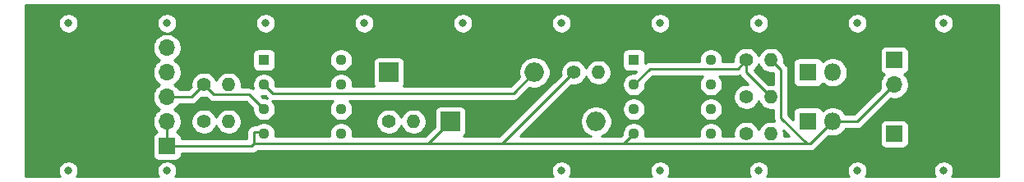
<source format=gbr>
%TF.GenerationSoftware,KiCad,Pcbnew,(5.1.9)-1*%
%TF.CreationDate,2021-04-14T17:12:50-04:00*%
%TF.ProjectId,HeartRateMonitor,48656172-7452-4617-9465-4d6f6e69746f,rev?*%
%TF.SameCoordinates,Original*%
%TF.FileFunction,Copper,L2,Bot*%
%TF.FilePolarity,Positive*%
%FSLAX46Y46*%
G04 Gerber Fmt 4.6, Leading zero omitted, Abs format (unit mm)*
G04 Created by KiCad (PCBNEW (5.1.9)-1) date 2021-04-14 17:12:50*
%MOMM*%
%LPD*%
G01*
G04 APERTURE LIST*
%TA.AperFunction,ComponentPad*%
%ADD10O,1.800000X1.800000*%
%TD*%
%TA.AperFunction,ComponentPad*%
%ADD11R,1.800000X1.800000*%
%TD*%
%TA.AperFunction,ComponentPad*%
%ADD12O,1.700000X1.700000*%
%TD*%
%TA.AperFunction,ComponentPad*%
%ADD13R,1.700000X1.700000*%
%TD*%
%TA.AperFunction,ComponentPad*%
%ADD14C,1.130000*%
%TD*%
%TA.AperFunction,ComponentPad*%
%ADD15R,1.130000X1.130000*%
%TD*%
%TA.AperFunction,ComponentPad*%
%ADD16O,1.400000X1.400000*%
%TD*%
%TA.AperFunction,ComponentPad*%
%ADD17C,1.400000*%
%TD*%
%TA.AperFunction,ComponentPad*%
%ADD18O,2.000000X2.000000*%
%TD*%
%TA.AperFunction,ComponentPad*%
%ADD19R,2.000000X2.000000*%
%TD*%
%TA.AperFunction,ViaPad*%
%ADD20C,0.800000*%
%TD*%
%TA.AperFunction,Conductor*%
%ADD21C,0.250000*%
%TD*%
%TA.AperFunction,NonConductor*%
%ADD22C,0.254000*%
%TD*%
%TA.AperFunction,NonConductor*%
%ADD23C,0.100000*%
%TD*%
G04 APERTURE END LIST*
D10*
%TO.P,D1,2*%
%TO.N,Net-(D1-Pad2)*%
X139700000Y-95250000D03*
D11*
%TO.P,D1,1*%
%TO.N,Net-(D1-Pad1)*%
X137160000Y-95250000D03*
%TD*%
D12*
%TO.P,J3,2*%
%TO.N,Net-(CL1-Pad1)*%
X146050000Y-96520000D03*
D13*
%TO.P,J3,1*%
%TO.N,Net-(D1-Pad1)*%
X146050000Y-93980000D03*
%TD*%
%TO.P,J2,1*%
%TO.N,Net-(D1-Pad2)*%
X146050000Y-101600000D03*
%TD*%
D12*
%TO.P,J1,5*%
%TO.N,Net-(J1-Pad5)*%
X71120000Y-92710000D03*
%TO.P,J1,4*%
%TO.N,Net-(J1-Pad4)*%
X71120000Y-95250000D03*
%TO.P,J1,3*%
%TO.N,Net-(J1-Pad3)*%
X71120000Y-97790000D03*
%TO.P,J1,2*%
%TO.N,Net-(CL1-Pad1)*%
X71120000Y-100330000D03*
D13*
%TO.P,J1,1*%
X71120000Y-102870000D03*
%TD*%
D10*
%TO.P,D2,2*%
%TO.N,Net-(CL1-Pad1)*%
X139700000Y-100330000D03*
D11*
%TO.P,D2,1*%
%TO.N,Net-(D1-Pad2)*%
X137160000Y-100330000D03*
%TD*%
D14*
%TO.P,U2,8*%
%TO.N,Net-(J1-Pad5)*%
X127160000Y-93980000D03*
%TO.P,U2,7*%
%TO.N,N/C*%
X127160000Y-96520000D03*
%TO.P,U2,6*%
X127160000Y-99060000D03*
%TO.P,U2,5*%
X127160000Y-101600000D03*
%TO.P,U2,4*%
%TO.N,Net-(CL1-Pad1)*%
X119220000Y-101600000D03*
%TO.P,U2,3*%
%TO.N,Net-(CL1-Pad2)*%
X119220000Y-99060000D03*
%TO.P,U2,2*%
%TO.N,Net-(R1-Pad1)*%
X119220000Y-96520000D03*
D15*
%TO.P,U2,1*%
%TO.N,Net-(R2-Pad1)*%
X119220000Y-93980000D03*
%TD*%
D14*
%TO.P,U1,8*%
%TO.N,Net-(J1-Pad5)*%
X89060000Y-93980000D03*
%TO.P,U1,7*%
%TO.N,Net-(RL1-Pad1)*%
X89060000Y-96520000D03*
%TO.P,U1,6*%
X89060000Y-99060000D03*
%TO.P,U1,5*%
%TO.N,Net-(CH1-Pad1)*%
X89060000Y-101600000D03*
%TO.P,U1,4*%
%TO.N,Net-(CL1-Pad1)*%
X81120000Y-101600000D03*
%TO.P,U1,3*%
%TO.N,Net-(J1-Pad3)*%
X81120000Y-99060000D03*
%TO.P,U1,2*%
%TO.N,Net-(CH1-Pad2)*%
X81120000Y-96520000D03*
D15*
%TO.P,U1,1*%
X81120000Y-93980000D03*
%TD*%
D16*
%TO.P,RL2,2*%
%TO.N,Net-(J1-Pad5)*%
X77470000Y-96520000D03*
D17*
%TO.P,RL2,1*%
%TO.N,Net-(J1-Pad3)*%
X74930000Y-96520000D03*
%TD*%
D16*
%TO.P,RL1,2*%
%TO.N,Net-(CL1-Pad2)*%
X96520000Y-100330000D03*
D17*
%TO.P,RL1,1*%
%TO.N,Net-(RL1-Pad1)*%
X93980000Y-100330000D03*
%TD*%
D16*
%TO.P,RH1,2*%
%TO.N,Net-(CH1-Pad1)*%
X115570000Y-95250000D03*
D17*
%TO.P,RH1,1*%
%TO.N,Net-(CL1-Pad1)*%
X113030000Y-95250000D03*
%TD*%
D16*
%TO.P,RF1,2*%
%TO.N,Net-(J1-Pad5)*%
X77470000Y-100330000D03*
D17*
%TO.P,RF1,1*%
%TO.N,Net-(J1-Pad4)*%
X74930000Y-100330000D03*
%TD*%
D16*
%TO.P,R4,2*%
%TO.N,Net-(R2-Pad1)*%
X133350000Y-101600000D03*
D17*
%TO.P,R4,1*%
%TO.N,Net-(D1-Pad2)*%
X130810000Y-101600000D03*
%TD*%
D16*
%TO.P,R2,2*%
%TO.N,Net-(R1-Pad1)*%
X133350000Y-97790000D03*
D17*
%TO.P,R2,1*%
%TO.N,Net-(R2-Pad1)*%
X130810000Y-97790000D03*
%TD*%
D16*
%TO.P,R1,2*%
%TO.N,Net-(CL1-Pad1)*%
X133350000Y-93980000D03*
D17*
%TO.P,R1,1*%
%TO.N,Net-(R1-Pad1)*%
X130810000Y-93980000D03*
%TD*%
D18*
%TO.P,CL1,2*%
%TO.N,Net-(CL1-Pad2)*%
X115330000Y-100330000D03*
D19*
%TO.P,CL1,1*%
%TO.N,Net-(CL1-Pad1)*%
X100330000Y-100330000D03*
%TD*%
D18*
%TO.P,CH1,2*%
%TO.N,Net-(CH1-Pad2)*%
X108980000Y-95250000D03*
D19*
%TO.P,CH1,1*%
%TO.N,Net-(CH1-Pad1)*%
X93980000Y-95250000D03*
%TD*%
D20*
%TO.N,*%
X71120000Y-90170000D03*
X81280000Y-90170000D03*
X60960000Y-90170000D03*
X91440000Y-90170000D03*
X101600000Y-90170000D03*
X111760000Y-90170000D03*
X121920000Y-90170000D03*
X132080000Y-90170000D03*
X142240000Y-90170000D03*
X151130000Y-90170000D03*
X151130000Y-105410000D03*
X142240000Y-105410000D03*
X132080000Y-105410000D03*
X121920000Y-105410000D03*
X111760000Y-105410000D03*
X71120000Y-105410000D03*
X60960000Y-105410000D03*
%TD*%
D21*
%TO.N,Net-(CH1-Pad2)*%
X106819999Y-97410001D02*
X108980000Y-95250000D01*
X82010001Y-97410001D02*
X106819999Y-97410001D01*
X81120000Y-96520000D02*
X82010001Y-97410001D01*
%TO.N,Net-(R1-Pad1)*%
X129919999Y-94870001D02*
X130810000Y-93980000D01*
X120869999Y-94870001D02*
X129919999Y-94870001D01*
X119220000Y-96520000D02*
X120869999Y-94870001D01*
X130810000Y-95250000D02*
X133350000Y-97790000D01*
X130810000Y-93980000D02*
X130810000Y-95250000D01*
%TO.N,Net-(CL1-Pad1)*%
X98034999Y-102625001D02*
X100330000Y-100330000D01*
X105654999Y-102625001D02*
X113030000Y-95250000D01*
X98034999Y-102625001D02*
X105654999Y-102625001D01*
X118194999Y-102625001D02*
X119220000Y-101600000D01*
X105654999Y-102625001D02*
X118194999Y-102625001D01*
X137404999Y-102625001D02*
X139700000Y-100330000D01*
X118194999Y-102625001D02*
X137404999Y-102625001D01*
X134375001Y-95005001D02*
X133350000Y-93980000D01*
X134375001Y-99930003D02*
X134375001Y-95005001D01*
X137069999Y-102625001D02*
X134375001Y-99930003D01*
X137404999Y-102625001D02*
X137069999Y-102625001D01*
X80094999Y-102625001D02*
X98034999Y-102625001D01*
X80094999Y-101437997D02*
X80094999Y-102625001D01*
X80957997Y-101437997D02*
X81120000Y-101600000D01*
X80094999Y-101437997D02*
X80957997Y-101437997D01*
X79850000Y-102870000D02*
X80094999Y-102625001D01*
X71120000Y-102870000D02*
X79850000Y-102870000D01*
X71120000Y-102870000D02*
X71120000Y-100330000D01*
X142240000Y-100330000D02*
X146050000Y-96520000D01*
X139700000Y-100330000D02*
X142240000Y-100330000D01*
%TO.N,Net-(J1-Pad3)*%
X79605001Y-97545001D02*
X81120000Y-99060000D01*
X75955001Y-97545001D02*
X79605001Y-97545001D01*
X74930000Y-96520000D02*
X75955001Y-97545001D01*
X73660000Y-97790000D02*
X74930000Y-96520000D01*
X71120000Y-97790000D02*
X73660000Y-97790000D01*
%TD*%
D22*
X156795001Y-105995000D02*
X151983899Y-105995000D01*
X152047205Y-105900256D01*
X152125226Y-105711898D01*
X152165000Y-105511939D01*
X152165000Y-105308061D01*
X152125226Y-105108102D01*
X152047205Y-104919744D01*
X151933937Y-104750226D01*
X151789774Y-104606063D01*
X151620256Y-104492795D01*
X151431898Y-104414774D01*
X151231939Y-104375000D01*
X151028061Y-104375000D01*
X150828102Y-104414774D01*
X150639744Y-104492795D01*
X150470226Y-104606063D01*
X150326063Y-104750226D01*
X150212795Y-104919744D01*
X150134774Y-105108102D01*
X150095000Y-105308061D01*
X150095000Y-105511939D01*
X150134774Y-105711898D01*
X150212795Y-105900256D01*
X150276101Y-105995000D01*
X143093899Y-105995000D01*
X143157205Y-105900256D01*
X143235226Y-105711898D01*
X143275000Y-105511939D01*
X143275000Y-105308061D01*
X143235226Y-105108102D01*
X143157205Y-104919744D01*
X143043937Y-104750226D01*
X142899774Y-104606063D01*
X142730256Y-104492795D01*
X142541898Y-104414774D01*
X142341939Y-104375000D01*
X142138061Y-104375000D01*
X141938102Y-104414774D01*
X141749744Y-104492795D01*
X141580226Y-104606063D01*
X141436063Y-104750226D01*
X141322795Y-104919744D01*
X141244774Y-105108102D01*
X141205000Y-105308061D01*
X141205000Y-105511939D01*
X141244774Y-105711898D01*
X141322795Y-105900256D01*
X141386101Y-105995000D01*
X132933899Y-105995000D01*
X132997205Y-105900256D01*
X133075226Y-105711898D01*
X133115000Y-105511939D01*
X133115000Y-105308061D01*
X133075226Y-105108102D01*
X132997205Y-104919744D01*
X132883937Y-104750226D01*
X132739774Y-104606063D01*
X132570256Y-104492795D01*
X132381898Y-104414774D01*
X132181939Y-104375000D01*
X131978061Y-104375000D01*
X131778102Y-104414774D01*
X131589744Y-104492795D01*
X131420226Y-104606063D01*
X131276063Y-104750226D01*
X131162795Y-104919744D01*
X131084774Y-105108102D01*
X131045000Y-105308061D01*
X131045000Y-105511939D01*
X131084774Y-105711898D01*
X131162795Y-105900256D01*
X131226101Y-105995000D01*
X122773899Y-105995000D01*
X122837205Y-105900256D01*
X122915226Y-105711898D01*
X122955000Y-105511939D01*
X122955000Y-105308061D01*
X122915226Y-105108102D01*
X122837205Y-104919744D01*
X122723937Y-104750226D01*
X122579774Y-104606063D01*
X122410256Y-104492795D01*
X122221898Y-104414774D01*
X122021939Y-104375000D01*
X121818061Y-104375000D01*
X121618102Y-104414774D01*
X121429744Y-104492795D01*
X121260226Y-104606063D01*
X121116063Y-104750226D01*
X121002795Y-104919744D01*
X120924774Y-105108102D01*
X120885000Y-105308061D01*
X120885000Y-105511939D01*
X120924774Y-105711898D01*
X121002795Y-105900256D01*
X121066101Y-105995000D01*
X112613899Y-105995000D01*
X112677205Y-105900256D01*
X112755226Y-105711898D01*
X112795000Y-105511939D01*
X112795000Y-105308061D01*
X112755226Y-105108102D01*
X112677205Y-104919744D01*
X112563937Y-104750226D01*
X112419774Y-104606063D01*
X112250256Y-104492795D01*
X112061898Y-104414774D01*
X111861939Y-104375000D01*
X111658061Y-104375000D01*
X111458102Y-104414774D01*
X111269744Y-104492795D01*
X111100226Y-104606063D01*
X110956063Y-104750226D01*
X110842795Y-104919744D01*
X110764774Y-105108102D01*
X110725000Y-105308061D01*
X110725000Y-105511939D01*
X110764774Y-105711898D01*
X110842795Y-105900256D01*
X110906101Y-105995000D01*
X71973899Y-105995000D01*
X72037205Y-105900256D01*
X72115226Y-105711898D01*
X72155000Y-105511939D01*
X72155000Y-105308061D01*
X72115226Y-105108102D01*
X72037205Y-104919744D01*
X71923937Y-104750226D01*
X71779774Y-104606063D01*
X71610256Y-104492795D01*
X71421898Y-104414774D01*
X71221939Y-104375000D01*
X71018061Y-104375000D01*
X70818102Y-104414774D01*
X70629744Y-104492795D01*
X70460226Y-104606063D01*
X70316063Y-104750226D01*
X70202795Y-104919744D01*
X70124774Y-105108102D01*
X70085000Y-105308061D01*
X70085000Y-105511939D01*
X70124774Y-105711898D01*
X70202795Y-105900256D01*
X70266101Y-105995000D01*
X61813899Y-105995000D01*
X61877205Y-105900256D01*
X61955226Y-105711898D01*
X61995000Y-105511939D01*
X61995000Y-105308061D01*
X61955226Y-105108102D01*
X61877205Y-104919744D01*
X61763937Y-104750226D01*
X61619774Y-104606063D01*
X61450256Y-104492795D01*
X61261898Y-104414774D01*
X61061939Y-104375000D01*
X60858061Y-104375000D01*
X60658102Y-104414774D01*
X60469744Y-104492795D01*
X60300226Y-104606063D01*
X60156063Y-104750226D01*
X60042795Y-104919744D01*
X59964774Y-105108102D01*
X59925000Y-105308061D01*
X59925000Y-105511939D01*
X59964774Y-105711898D01*
X60042795Y-105900256D01*
X60106101Y-105995000D01*
X56565000Y-105995000D01*
X56565000Y-102020000D01*
X69631928Y-102020000D01*
X69631928Y-103720000D01*
X69644188Y-103844482D01*
X69680498Y-103964180D01*
X69739463Y-104074494D01*
X69818815Y-104171185D01*
X69915506Y-104250537D01*
X70025820Y-104309502D01*
X70145518Y-104345812D01*
X70270000Y-104358072D01*
X71970000Y-104358072D01*
X72094482Y-104345812D01*
X72214180Y-104309502D01*
X72324494Y-104250537D01*
X72421185Y-104171185D01*
X72500537Y-104074494D01*
X72559502Y-103964180D01*
X72595812Y-103844482D01*
X72608072Y-103720000D01*
X72608072Y-103630000D01*
X79812678Y-103630000D01*
X79850000Y-103633676D01*
X79887322Y-103630000D01*
X79887333Y-103630000D01*
X79998986Y-103619003D01*
X80142247Y-103575546D01*
X80274276Y-103504974D01*
X80390001Y-103410001D01*
X80410518Y-103385001D01*
X97997677Y-103385001D01*
X98034999Y-103388677D01*
X98072321Y-103385001D01*
X105617677Y-103385001D01*
X105654999Y-103388677D01*
X105692321Y-103385001D01*
X118157677Y-103385001D01*
X118194999Y-103388677D01*
X118232321Y-103385001D01*
X137032674Y-103385001D01*
X137069999Y-103388677D01*
X137107324Y-103385001D01*
X137367677Y-103385001D01*
X137404999Y-103388677D01*
X137442321Y-103385001D01*
X137442332Y-103385001D01*
X137553985Y-103374004D01*
X137697246Y-103330547D01*
X137829275Y-103259975D01*
X137945000Y-103165002D01*
X137968803Y-103135998D01*
X139291070Y-101813731D01*
X139548816Y-101865000D01*
X139851184Y-101865000D01*
X140147743Y-101806011D01*
X140427095Y-101690299D01*
X140678505Y-101522312D01*
X140892312Y-101308505D01*
X141038313Y-101090000D01*
X142202678Y-101090000D01*
X142240000Y-101093676D01*
X142277322Y-101090000D01*
X142277333Y-101090000D01*
X142388986Y-101079003D01*
X142532247Y-101035546D01*
X142664276Y-100964974D01*
X142780001Y-100870001D01*
X142803804Y-100840997D01*
X142894801Y-100750000D01*
X144561928Y-100750000D01*
X144561928Y-102450000D01*
X144574188Y-102574482D01*
X144610498Y-102694180D01*
X144669463Y-102804494D01*
X144748815Y-102901185D01*
X144845506Y-102980537D01*
X144955820Y-103039502D01*
X145075518Y-103075812D01*
X145200000Y-103088072D01*
X146900000Y-103088072D01*
X147024482Y-103075812D01*
X147144180Y-103039502D01*
X147254494Y-102980537D01*
X147351185Y-102901185D01*
X147430537Y-102804494D01*
X147489502Y-102694180D01*
X147525812Y-102574482D01*
X147538072Y-102450000D01*
X147538072Y-100750000D01*
X147525812Y-100625518D01*
X147489502Y-100505820D01*
X147430537Y-100395506D01*
X147351185Y-100298815D01*
X147254494Y-100219463D01*
X147144180Y-100160498D01*
X147024482Y-100124188D01*
X146900000Y-100111928D01*
X145200000Y-100111928D01*
X145075518Y-100124188D01*
X144955820Y-100160498D01*
X144845506Y-100219463D01*
X144748815Y-100298815D01*
X144669463Y-100395506D01*
X144610498Y-100505820D01*
X144574188Y-100625518D01*
X144561928Y-100750000D01*
X142894801Y-100750000D01*
X145683592Y-97961210D01*
X145903740Y-98005000D01*
X146196260Y-98005000D01*
X146483158Y-97947932D01*
X146753411Y-97835990D01*
X146996632Y-97673475D01*
X147203475Y-97466632D01*
X147365990Y-97223411D01*
X147477932Y-96953158D01*
X147535000Y-96666260D01*
X147535000Y-96373740D01*
X147477932Y-96086842D01*
X147365990Y-95816589D01*
X147203475Y-95573368D01*
X147071620Y-95441513D01*
X147144180Y-95419502D01*
X147254494Y-95360537D01*
X147351185Y-95281185D01*
X147430537Y-95184494D01*
X147489502Y-95074180D01*
X147525812Y-94954482D01*
X147538072Y-94830000D01*
X147538072Y-93130000D01*
X147525812Y-93005518D01*
X147489502Y-92885820D01*
X147430537Y-92775506D01*
X147351185Y-92678815D01*
X147254494Y-92599463D01*
X147144180Y-92540498D01*
X147024482Y-92504188D01*
X146900000Y-92491928D01*
X145200000Y-92491928D01*
X145075518Y-92504188D01*
X144955820Y-92540498D01*
X144845506Y-92599463D01*
X144748815Y-92678815D01*
X144669463Y-92775506D01*
X144610498Y-92885820D01*
X144574188Y-93005518D01*
X144561928Y-93130000D01*
X144561928Y-94830000D01*
X144574188Y-94954482D01*
X144610498Y-95074180D01*
X144669463Y-95184494D01*
X144748815Y-95281185D01*
X144845506Y-95360537D01*
X144955820Y-95419502D01*
X145028380Y-95441513D01*
X144896525Y-95573368D01*
X144734010Y-95816589D01*
X144622068Y-96086842D01*
X144565000Y-96373740D01*
X144565000Y-96666260D01*
X144608790Y-96886408D01*
X141925199Y-99570000D01*
X141038313Y-99570000D01*
X140892312Y-99351495D01*
X140678505Y-99137688D01*
X140427095Y-98969701D01*
X140147743Y-98853989D01*
X139851184Y-98795000D01*
X139548816Y-98795000D01*
X139252257Y-98853989D01*
X138972905Y-98969701D01*
X138721495Y-99137688D01*
X138655056Y-99204127D01*
X138649502Y-99185820D01*
X138590537Y-99075506D01*
X138511185Y-98978815D01*
X138414494Y-98899463D01*
X138304180Y-98840498D01*
X138184482Y-98804188D01*
X138060000Y-98791928D01*
X136260000Y-98791928D01*
X136135518Y-98804188D01*
X136015820Y-98840498D01*
X135905506Y-98899463D01*
X135808815Y-98978815D01*
X135729463Y-99075506D01*
X135670498Y-99185820D01*
X135634188Y-99305518D01*
X135621928Y-99430000D01*
X135621928Y-100102129D01*
X135135001Y-99615202D01*
X135135001Y-95042323D01*
X135138677Y-95005000D01*
X135135001Y-94967677D01*
X135135001Y-94967668D01*
X135124004Y-94856015D01*
X135080547Y-94712754D01*
X135009975Y-94580725D01*
X134915002Y-94465000D01*
X134886004Y-94441202D01*
X134794802Y-94350000D01*
X135621928Y-94350000D01*
X135621928Y-96150000D01*
X135634188Y-96274482D01*
X135670498Y-96394180D01*
X135729463Y-96504494D01*
X135808815Y-96601185D01*
X135905506Y-96680537D01*
X136015820Y-96739502D01*
X136135518Y-96775812D01*
X136260000Y-96788072D01*
X138060000Y-96788072D01*
X138184482Y-96775812D01*
X138304180Y-96739502D01*
X138414494Y-96680537D01*
X138511185Y-96601185D01*
X138590537Y-96504494D01*
X138649502Y-96394180D01*
X138655056Y-96375873D01*
X138721495Y-96442312D01*
X138972905Y-96610299D01*
X139252257Y-96726011D01*
X139548816Y-96785000D01*
X139851184Y-96785000D01*
X140147743Y-96726011D01*
X140427095Y-96610299D01*
X140678505Y-96442312D01*
X140892312Y-96228505D01*
X141060299Y-95977095D01*
X141176011Y-95697743D01*
X141235000Y-95401184D01*
X141235000Y-95098816D01*
X141176011Y-94802257D01*
X141060299Y-94522905D01*
X140892312Y-94271495D01*
X140678505Y-94057688D01*
X140427095Y-93889701D01*
X140147743Y-93773989D01*
X139851184Y-93715000D01*
X139548816Y-93715000D01*
X139252257Y-93773989D01*
X138972905Y-93889701D01*
X138721495Y-94057688D01*
X138655056Y-94124127D01*
X138649502Y-94105820D01*
X138590537Y-93995506D01*
X138511185Y-93898815D01*
X138414494Y-93819463D01*
X138304180Y-93760498D01*
X138184482Y-93724188D01*
X138060000Y-93711928D01*
X136260000Y-93711928D01*
X136135518Y-93724188D01*
X136015820Y-93760498D01*
X135905506Y-93819463D01*
X135808815Y-93898815D01*
X135729463Y-93995506D01*
X135670498Y-94105820D01*
X135634188Y-94225518D01*
X135621928Y-94350000D01*
X134794802Y-94350000D01*
X134663645Y-94218843D01*
X134685000Y-94111486D01*
X134685000Y-93848514D01*
X134633696Y-93590595D01*
X134533061Y-93347641D01*
X134386962Y-93128987D01*
X134201013Y-92943038D01*
X133982359Y-92796939D01*
X133739405Y-92696304D01*
X133481486Y-92645000D01*
X133218514Y-92645000D01*
X132960595Y-92696304D01*
X132717641Y-92796939D01*
X132498987Y-92943038D01*
X132313038Y-93128987D01*
X132166939Y-93347641D01*
X132080000Y-93557530D01*
X131993061Y-93347641D01*
X131846962Y-93128987D01*
X131661013Y-92943038D01*
X131442359Y-92796939D01*
X131199405Y-92696304D01*
X130941486Y-92645000D01*
X130678514Y-92645000D01*
X130420595Y-92696304D01*
X130177641Y-92796939D01*
X129958987Y-92943038D01*
X129773038Y-93128987D01*
X129626939Y-93347641D01*
X129526304Y-93590595D01*
X129475000Y-93848514D01*
X129475000Y-94110001D01*
X128357651Y-94110001D01*
X128360000Y-94098190D01*
X128360000Y-93861810D01*
X128313884Y-93629973D01*
X128223426Y-93411587D01*
X128092101Y-93215045D01*
X127924955Y-93047899D01*
X127728413Y-92916574D01*
X127510027Y-92826116D01*
X127278190Y-92780000D01*
X127041810Y-92780000D01*
X126809973Y-92826116D01*
X126591587Y-92916574D01*
X126395045Y-93047899D01*
X126227899Y-93215045D01*
X126096574Y-93411587D01*
X126006116Y-93629973D01*
X125960000Y-93861810D01*
X125960000Y-94098190D01*
X125962349Y-94110001D01*
X120907322Y-94110001D01*
X120869999Y-94106325D01*
X120832676Y-94110001D01*
X120832666Y-94110001D01*
X120721013Y-94120998D01*
X120577752Y-94164455D01*
X120445722Y-94235027D01*
X120423072Y-94253616D01*
X120423072Y-93415000D01*
X120410812Y-93290518D01*
X120374502Y-93170820D01*
X120315537Y-93060506D01*
X120236185Y-92963815D01*
X120139494Y-92884463D01*
X120029180Y-92825498D01*
X119909482Y-92789188D01*
X119785000Y-92776928D01*
X118655000Y-92776928D01*
X118530518Y-92789188D01*
X118410820Y-92825498D01*
X118300506Y-92884463D01*
X118203815Y-92963815D01*
X118124463Y-93060506D01*
X118065498Y-93170820D01*
X118029188Y-93290518D01*
X118016928Y-93415000D01*
X118016928Y-94545000D01*
X118029188Y-94669482D01*
X118065498Y-94789180D01*
X118124463Y-94899494D01*
X118203815Y-94996185D01*
X118300506Y-95075537D01*
X118410820Y-95134502D01*
X118530518Y-95170812D01*
X118655000Y-95183072D01*
X119482127Y-95183072D01*
X119344036Y-95321163D01*
X119338190Y-95320000D01*
X119101810Y-95320000D01*
X118869973Y-95366116D01*
X118651587Y-95456574D01*
X118455045Y-95587899D01*
X118287899Y-95755045D01*
X118156574Y-95951587D01*
X118066116Y-96169973D01*
X118020000Y-96401810D01*
X118020000Y-96638190D01*
X118066116Y-96870027D01*
X118156574Y-97088413D01*
X118287899Y-97284955D01*
X118455045Y-97452101D01*
X118651587Y-97583426D01*
X118869973Y-97673884D01*
X119101810Y-97720000D01*
X119338190Y-97720000D01*
X119570027Y-97673884D01*
X119788413Y-97583426D01*
X119984955Y-97452101D01*
X120152101Y-97284955D01*
X120283426Y-97088413D01*
X120373884Y-96870027D01*
X120420000Y-96638190D01*
X120420000Y-96401810D01*
X120418837Y-96395964D01*
X121184801Y-95630001D01*
X126352943Y-95630001D01*
X126227899Y-95755045D01*
X126096574Y-95951587D01*
X126006116Y-96169973D01*
X125960000Y-96401810D01*
X125960000Y-96638190D01*
X126006116Y-96870027D01*
X126096574Y-97088413D01*
X126227899Y-97284955D01*
X126395045Y-97452101D01*
X126591587Y-97583426D01*
X126809973Y-97673884D01*
X127041810Y-97720000D01*
X127278190Y-97720000D01*
X127510027Y-97673884D01*
X127728413Y-97583426D01*
X127924955Y-97452101D01*
X128092101Y-97284955D01*
X128223426Y-97088413D01*
X128313884Y-96870027D01*
X128360000Y-96638190D01*
X128360000Y-96401810D01*
X128313884Y-96169973D01*
X128223426Y-95951587D01*
X128092101Y-95755045D01*
X127967057Y-95630001D01*
X129882677Y-95630001D01*
X129919999Y-95633677D01*
X129957321Y-95630001D01*
X129957332Y-95630001D01*
X130068985Y-95619004D01*
X130134809Y-95599037D01*
X130175026Y-95674276D01*
X130218224Y-95726912D01*
X130270000Y-95790001D01*
X130298998Y-95813799D01*
X130940198Y-96455000D01*
X130678514Y-96455000D01*
X130420595Y-96506304D01*
X130177641Y-96606939D01*
X129958987Y-96753038D01*
X129773038Y-96938987D01*
X129626939Y-97157641D01*
X129526304Y-97400595D01*
X129475000Y-97658514D01*
X129475000Y-97921486D01*
X129526304Y-98179405D01*
X129626939Y-98422359D01*
X129773038Y-98641013D01*
X129958987Y-98826962D01*
X130177641Y-98973061D01*
X130420595Y-99073696D01*
X130678514Y-99125000D01*
X130941486Y-99125000D01*
X131199405Y-99073696D01*
X131442359Y-98973061D01*
X131661013Y-98826962D01*
X131846962Y-98641013D01*
X131993061Y-98422359D01*
X132080000Y-98212470D01*
X132166939Y-98422359D01*
X132313038Y-98641013D01*
X132498987Y-98826962D01*
X132717641Y-98973061D01*
X132960595Y-99073696D01*
X133218514Y-99125000D01*
X133481486Y-99125000D01*
X133615001Y-99098442D01*
X133615001Y-99892680D01*
X133611325Y-99930003D01*
X133615001Y-99967325D01*
X133615001Y-99967335D01*
X133625998Y-100078988D01*
X133656280Y-100178816D01*
X133669455Y-100222249D01*
X133717388Y-100311924D01*
X133481486Y-100265000D01*
X133218514Y-100265000D01*
X132960595Y-100316304D01*
X132717641Y-100416939D01*
X132498987Y-100563038D01*
X132313038Y-100748987D01*
X132166939Y-100967641D01*
X132080000Y-101177530D01*
X131993061Y-100967641D01*
X131846962Y-100748987D01*
X131661013Y-100563038D01*
X131442359Y-100416939D01*
X131199405Y-100316304D01*
X130941486Y-100265000D01*
X130678514Y-100265000D01*
X130420595Y-100316304D01*
X130177641Y-100416939D01*
X129958987Y-100563038D01*
X129773038Y-100748987D01*
X129626939Y-100967641D01*
X129526304Y-101210595D01*
X129475000Y-101468514D01*
X129475000Y-101731486D01*
X129501558Y-101865001D01*
X128330797Y-101865001D01*
X128360000Y-101718190D01*
X128360000Y-101481810D01*
X128313884Y-101249973D01*
X128223426Y-101031587D01*
X128092101Y-100835045D01*
X127924955Y-100667899D01*
X127728413Y-100536574D01*
X127510027Y-100446116D01*
X127278190Y-100400000D01*
X127041810Y-100400000D01*
X126809973Y-100446116D01*
X126591587Y-100536574D01*
X126395045Y-100667899D01*
X126227899Y-100835045D01*
X126096574Y-101031587D01*
X126006116Y-101249973D01*
X125960000Y-101481810D01*
X125960000Y-101718190D01*
X125989203Y-101865001D01*
X120390797Y-101865001D01*
X120420000Y-101718190D01*
X120420000Y-101481810D01*
X120373884Y-101249973D01*
X120283426Y-101031587D01*
X120152101Y-100835045D01*
X119984955Y-100667899D01*
X119788413Y-100536574D01*
X119570027Y-100446116D01*
X119338190Y-100400000D01*
X119101810Y-100400000D01*
X118869973Y-100446116D01*
X118651587Y-100536574D01*
X118455045Y-100667899D01*
X118287899Y-100835045D01*
X118156574Y-101031587D01*
X118066116Y-101249973D01*
X118020000Y-101481810D01*
X118020000Y-101718190D01*
X118021163Y-101724036D01*
X117880198Y-101865001D01*
X115896641Y-101865001D01*
X116104463Y-101778918D01*
X116372252Y-101599987D01*
X116599987Y-101372252D01*
X116778918Y-101104463D01*
X116902168Y-100806912D01*
X116965000Y-100491033D01*
X116965000Y-100168967D01*
X116902168Y-99853088D01*
X116778918Y-99555537D01*
X116599987Y-99287748D01*
X116372252Y-99060013D01*
X116195349Y-98941810D01*
X118020000Y-98941810D01*
X118020000Y-99178190D01*
X118066116Y-99410027D01*
X118156574Y-99628413D01*
X118287899Y-99824955D01*
X118455045Y-99992101D01*
X118651587Y-100123426D01*
X118869973Y-100213884D01*
X119101810Y-100260000D01*
X119338190Y-100260000D01*
X119570027Y-100213884D01*
X119788413Y-100123426D01*
X119984955Y-99992101D01*
X120152101Y-99824955D01*
X120283426Y-99628413D01*
X120373884Y-99410027D01*
X120420000Y-99178190D01*
X120420000Y-98941810D01*
X125960000Y-98941810D01*
X125960000Y-99178190D01*
X126006116Y-99410027D01*
X126096574Y-99628413D01*
X126227899Y-99824955D01*
X126395045Y-99992101D01*
X126591587Y-100123426D01*
X126809973Y-100213884D01*
X127041810Y-100260000D01*
X127278190Y-100260000D01*
X127510027Y-100213884D01*
X127728413Y-100123426D01*
X127924955Y-99992101D01*
X128092101Y-99824955D01*
X128223426Y-99628413D01*
X128313884Y-99410027D01*
X128360000Y-99178190D01*
X128360000Y-98941810D01*
X128313884Y-98709973D01*
X128223426Y-98491587D01*
X128092101Y-98295045D01*
X127924955Y-98127899D01*
X127728413Y-97996574D01*
X127510027Y-97906116D01*
X127278190Y-97860000D01*
X127041810Y-97860000D01*
X126809973Y-97906116D01*
X126591587Y-97996574D01*
X126395045Y-98127899D01*
X126227899Y-98295045D01*
X126096574Y-98491587D01*
X126006116Y-98709973D01*
X125960000Y-98941810D01*
X120420000Y-98941810D01*
X120373884Y-98709973D01*
X120283426Y-98491587D01*
X120152101Y-98295045D01*
X119984955Y-98127899D01*
X119788413Y-97996574D01*
X119570027Y-97906116D01*
X119338190Y-97860000D01*
X119101810Y-97860000D01*
X118869973Y-97906116D01*
X118651587Y-97996574D01*
X118455045Y-98127899D01*
X118287899Y-98295045D01*
X118156574Y-98491587D01*
X118066116Y-98709973D01*
X118020000Y-98941810D01*
X116195349Y-98941810D01*
X116104463Y-98881082D01*
X115806912Y-98757832D01*
X115491033Y-98695000D01*
X115168967Y-98695000D01*
X114853088Y-98757832D01*
X114555537Y-98881082D01*
X114287748Y-99060013D01*
X114060013Y-99287748D01*
X113881082Y-99555537D01*
X113757832Y-99853088D01*
X113695000Y-100168967D01*
X113695000Y-100491033D01*
X113757832Y-100806912D01*
X113881082Y-101104463D01*
X114060013Y-101372252D01*
X114287748Y-101599987D01*
X114555537Y-101778918D01*
X114763359Y-101865001D01*
X107489800Y-101865001D01*
X112791158Y-96563645D01*
X112898514Y-96585000D01*
X113161486Y-96585000D01*
X113419405Y-96533696D01*
X113662359Y-96433061D01*
X113881013Y-96286962D01*
X114066962Y-96101013D01*
X114213061Y-95882359D01*
X114300000Y-95672470D01*
X114386939Y-95882359D01*
X114533038Y-96101013D01*
X114718987Y-96286962D01*
X114937641Y-96433061D01*
X115180595Y-96533696D01*
X115438514Y-96585000D01*
X115701486Y-96585000D01*
X115959405Y-96533696D01*
X116202359Y-96433061D01*
X116421013Y-96286962D01*
X116606962Y-96101013D01*
X116753061Y-95882359D01*
X116853696Y-95639405D01*
X116905000Y-95381486D01*
X116905000Y-95118514D01*
X116853696Y-94860595D01*
X116753061Y-94617641D01*
X116606962Y-94398987D01*
X116421013Y-94213038D01*
X116202359Y-94066939D01*
X115959405Y-93966304D01*
X115701486Y-93915000D01*
X115438514Y-93915000D01*
X115180595Y-93966304D01*
X114937641Y-94066939D01*
X114718987Y-94213038D01*
X114533038Y-94398987D01*
X114386939Y-94617641D01*
X114300000Y-94827530D01*
X114213061Y-94617641D01*
X114066962Y-94398987D01*
X113881013Y-94213038D01*
X113662359Y-94066939D01*
X113419405Y-93966304D01*
X113161486Y-93915000D01*
X112898514Y-93915000D01*
X112640595Y-93966304D01*
X112397641Y-94066939D01*
X112178987Y-94213038D01*
X111993038Y-94398987D01*
X111846939Y-94617641D01*
X111746304Y-94860595D01*
X111695000Y-95118514D01*
X111695000Y-95381486D01*
X111716355Y-95488842D01*
X105340198Y-101865001D01*
X101676143Y-101865001D01*
X101684494Y-101860537D01*
X101781185Y-101781185D01*
X101860537Y-101684494D01*
X101919502Y-101574180D01*
X101955812Y-101454482D01*
X101968072Y-101330000D01*
X101968072Y-99330000D01*
X101955812Y-99205518D01*
X101919502Y-99085820D01*
X101860537Y-98975506D01*
X101781185Y-98878815D01*
X101684494Y-98799463D01*
X101574180Y-98740498D01*
X101454482Y-98704188D01*
X101330000Y-98691928D01*
X99330000Y-98691928D01*
X99205518Y-98704188D01*
X99085820Y-98740498D01*
X98975506Y-98799463D01*
X98878815Y-98878815D01*
X98799463Y-98975506D01*
X98740498Y-99085820D01*
X98704188Y-99205518D01*
X98691928Y-99330000D01*
X98691928Y-100893270D01*
X97720198Y-101865001D01*
X90230797Y-101865001D01*
X90260000Y-101718190D01*
X90260000Y-101481810D01*
X90213884Y-101249973D01*
X90123426Y-101031587D01*
X89992101Y-100835045D01*
X89824955Y-100667899D01*
X89628413Y-100536574D01*
X89410027Y-100446116D01*
X89178190Y-100400000D01*
X88941810Y-100400000D01*
X88709973Y-100446116D01*
X88491587Y-100536574D01*
X88295045Y-100667899D01*
X88127899Y-100835045D01*
X87996574Y-101031587D01*
X87906116Y-101249973D01*
X87860000Y-101481810D01*
X87860000Y-101718190D01*
X87889203Y-101865001D01*
X82290797Y-101865001D01*
X82320000Y-101718190D01*
X82320000Y-101481810D01*
X82273884Y-101249973D01*
X82183426Y-101031587D01*
X82052101Y-100835045D01*
X81884955Y-100667899D01*
X81688413Y-100536574D01*
X81470027Y-100446116D01*
X81238190Y-100400000D01*
X81001810Y-100400000D01*
X80769973Y-100446116D01*
X80551587Y-100536574D01*
X80355045Y-100667899D01*
X80344947Y-100677997D01*
X80132332Y-100677997D01*
X80094999Y-100674320D01*
X80057666Y-100677997D01*
X79946013Y-100688994D01*
X79802752Y-100732451D01*
X79670723Y-100803023D01*
X79554998Y-100897996D01*
X79460025Y-101013721D01*
X79389453Y-101145750D01*
X79345996Y-101289011D01*
X79331322Y-101437997D01*
X79334999Y-101475330D01*
X79335000Y-102110000D01*
X72608072Y-102110000D01*
X72608072Y-102020000D01*
X72595812Y-101895518D01*
X72559502Y-101775820D01*
X72500537Y-101665506D01*
X72421185Y-101568815D01*
X72324494Y-101489463D01*
X72214180Y-101430498D01*
X72141620Y-101408487D01*
X72273475Y-101276632D01*
X72435990Y-101033411D01*
X72547932Y-100763158D01*
X72605000Y-100476260D01*
X72605000Y-100198514D01*
X73595000Y-100198514D01*
X73595000Y-100461486D01*
X73646304Y-100719405D01*
X73746939Y-100962359D01*
X73893038Y-101181013D01*
X74078987Y-101366962D01*
X74297641Y-101513061D01*
X74540595Y-101613696D01*
X74798514Y-101665000D01*
X75061486Y-101665000D01*
X75319405Y-101613696D01*
X75562359Y-101513061D01*
X75781013Y-101366962D01*
X75966962Y-101181013D01*
X76113061Y-100962359D01*
X76200000Y-100752470D01*
X76286939Y-100962359D01*
X76433038Y-101181013D01*
X76618987Y-101366962D01*
X76837641Y-101513061D01*
X77080595Y-101613696D01*
X77338514Y-101665000D01*
X77601486Y-101665000D01*
X77859405Y-101613696D01*
X78102359Y-101513061D01*
X78321013Y-101366962D01*
X78506962Y-101181013D01*
X78653061Y-100962359D01*
X78753696Y-100719405D01*
X78805000Y-100461486D01*
X78805000Y-100198514D01*
X78753696Y-99940595D01*
X78653061Y-99697641D01*
X78506962Y-99478987D01*
X78321013Y-99293038D01*
X78102359Y-99146939D01*
X77859405Y-99046304D01*
X77601486Y-98995000D01*
X77338514Y-98995000D01*
X77080595Y-99046304D01*
X76837641Y-99146939D01*
X76618987Y-99293038D01*
X76433038Y-99478987D01*
X76286939Y-99697641D01*
X76200000Y-99907530D01*
X76113061Y-99697641D01*
X75966962Y-99478987D01*
X75781013Y-99293038D01*
X75562359Y-99146939D01*
X75319405Y-99046304D01*
X75061486Y-98995000D01*
X74798514Y-98995000D01*
X74540595Y-99046304D01*
X74297641Y-99146939D01*
X74078987Y-99293038D01*
X73893038Y-99478987D01*
X73746939Y-99697641D01*
X73646304Y-99940595D01*
X73595000Y-100198514D01*
X72605000Y-100198514D01*
X72605000Y-100183740D01*
X72547932Y-99896842D01*
X72435990Y-99626589D01*
X72273475Y-99383368D01*
X72066632Y-99176525D01*
X71892240Y-99060000D01*
X72066632Y-98943475D01*
X72273475Y-98736632D01*
X72398178Y-98550000D01*
X73622678Y-98550000D01*
X73660000Y-98553676D01*
X73697322Y-98550000D01*
X73697333Y-98550000D01*
X73808986Y-98539003D01*
X73952247Y-98495546D01*
X74084276Y-98424974D01*
X74200001Y-98330001D01*
X74223804Y-98300997D01*
X74691156Y-97833645D01*
X74798514Y-97855000D01*
X75061486Y-97855000D01*
X75168843Y-97833645D01*
X75391201Y-98056003D01*
X75415000Y-98085002D01*
X75530725Y-98179975D01*
X75662754Y-98250547D01*
X75806015Y-98294004D01*
X75917668Y-98305001D01*
X75917677Y-98305001D01*
X75955000Y-98308677D01*
X75992323Y-98305001D01*
X79290200Y-98305001D01*
X79921163Y-98935964D01*
X79920000Y-98941810D01*
X79920000Y-99178190D01*
X79966116Y-99410027D01*
X80056574Y-99628413D01*
X80187899Y-99824955D01*
X80355045Y-99992101D01*
X80551587Y-100123426D01*
X80769973Y-100213884D01*
X81001810Y-100260000D01*
X81238190Y-100260000D01*
X81470027Y-100213884D01*
X81688413Y-100123426D01*
X81884955Y-99992101D01*
X82052101Y-99824955D01*
X82183426Y-99628413D01*
X82273884Y-99410027D01*
X82320000Y-99178190D01*
X82320000Y-98941810D01*
X82273884Y-98709973D01*
X82183426Y-98491587D01*
X82052101Y-98295045D01*
X81922074Y-98165018D01*
X81972668Y-98170001D01*
X81972677Y-98170001D01*
X82010000Y-98173677D01*
X82047323Y-98170001D01*
X88252943Y-98170001D01*
X88127899Y-98295045D01*
X87996574Y-98491587D01*
X87906116Y-98709973D01*
X87860000Y-98941810D01*
X87860000Y-99178190D01*
X87906116Y-99410027D01*
X87996574Y-99628413D01*
X88127899Y-99824955D01*
X88295045Y-99992101D01*
X88491587Y-100123426D01*
X88709973Y-100213884D01*
X88941810Y-100260000D01*
X89178190Y-100260000D01*
X89410027Y-100213884D01*
X89447133Y-100198514D01*
X92645000Y-100198514D01*
X92645000Y-100461486D01*
X92696304Y-100719405D01*
X92796939Y-100962359D01*
X92943038Y-101181013D01*
X93128987Y-101366962D01*
X93347641Y-101513061D01*
X93590595Y-101613696D01*
X93848514Y-101665000D01*
X94111486Y-101665000D01*
X94369405Y-101613696D01*
X94612359Y-101513061D01*
X94831013Y-101366962D01*
X95016962Y-101181013D01*
X95163061Y-100962359D01*
X95250000Y-100752470D01*
X95336939Y-100962359D01*
X95483038Y-101181013D01*
X95668987Y-101366962D01*
X95887641Y-101513061D01*
X96130595Y-101613696D01*
X96388514Y-101665000D01*
X96651486Y-101665000D01*
X96909405Y-101613696D01*
X97152359Y-101513061D01*
X97371013Y-101366962D01*
X97556962Y-101181013D01*
X97703061Y-100962359D01*
X97803696Y-100719405D01*
X97855000Y-100461486D01*
X97855000Y-100198514D01*
X97803696Y-99940595D01*
X97703061Y-99697641D01*
X97556962Y-99478987D01*
X97371013Y-99293038D01*
X97152359Y-99146939D01*
X96909405Y-99046304D01*
X96651486Y-98995000D01*
X96388514Y-98995000D01*
X96130595Y-99046304D01*
X95887641Y-99146939D01*
X95668987Y-99293038D01*
X95483038Y-99478987D01*
X95336939Y-99697641D01*
X95250000Y-99907530D01*
X95163061Y-99697641D01*
X95016962Y-99478987D01*
X94831013Y-99293038D01*
X94612359Y-99146939D01*
X94369405Y-99046304D01*
X94111486Y-98995000D01*
X93848514Y-98995000D01*
X93590595Y-99046304D01*
X93347641Y-99146939D01*
X93128987Y-99293038D01*
X92943038Y-99478987D01*
X92796939Y-99697641D01*
X92696304Y-99940595D01*
X92645000Y-100198514D01*
X89447133Y-100198514D01*
X89628413Y-100123426D01*
X89824955Y-99992101D01*
X89992101Y-99824955D01*
X90123426Y-99628413D01*
X90213884Y-99410027D01*
X90260000Y-99178190D01*
X90260000Y-98941810D01*
X90213884Y-98709973D01*
X90123426Y-98491587D01*
X89992101Y-98295045D01*
X89867057Y-98170001D01*
X106782677Y-98170001D01*
X106819999Y-98173677D01*
X106857321Y-98170001D01*
X106857332Y-98170001D01*
X106968985Y-98159004D01*
X107112246Y-98115547D01*
X107244275Y-98044975D01*
X107360000Y-97950002D01*
X107383803Y-97920998D01*
X108488625Y-96816177D01*
X108503088Y-96822168D01*
X108818967Y-96885000D01*
X109141033Y-96885000D01*
X109456912Y-96822168D01*
X109754463Y-96698918D01*
X110022252Y-96519987D01*
X110249987Y-96292252D01*
X110428918Y-96024463D01*
X110552168Y-95726912D01*
X110615000Y-95411033D01*
X110615000Y-95088967D01*
X110552168Y-94773088D01*
X110428918Y-94475537D01*
X110249987Y-94207748D01*
X110022252Y-93980013D01*
X109754463Y-93801082D01*
X109456912Y-93677832D01*
X109141033Y-93615000D01*
X108818967Y-93615000D01*
X108503088Y-93677832D01*
X108205537Y-93801082D01*
X107937748Y-93980013D01*
X107710013Y-94207748D01*
X107531082Y-94475537D01*
X107407832Y-94773088D01*
X107345000Y-95088967D01*
X107345000Y-95411033D01*
X107407832Y-95726912D01*
X107413823Y-95741375D01*
X106505198Y-96650001D01*
X95473190Y-96650001D01*
X95510537Y-96604494D01*
X95569502Y-96494180D01*
X95605812Y-96374482D01*
X95618072Y-96250000D01*
X95618072Y-94250000D01*
X95605812Y-94125518D01*
X95569502Y-94005820D01*
X95510537Y-93895506D01*
X95431185Y-93798815D01*
X95334494Y-93719463D01*
X95224180Y-93660498D01*
X95104482Y-93624188D01*
X94980000Y-93611928D01*
X92980000Y-93611928D01*
X92855518Y-93624188D01*
X92735820Y-93660498D01*
X92625506Y-93719463D01*
X92528815Y-93798815D01*
X92449463Y-93895506D01*
X92390498Y-94005820D01*
X92354188Y-94125518D01*
X92341928Y-94250000D01*
X92341928Y-96250000D01*
X92354188Y-96374482D01*
X92390498Y-96494180D01*
X92449463Y-96604494D01*
X92486810Y-96650001D01*
X90257651Y-96650001D01*
X90260000Y-96638190D01*
X90260000Y-96401810D01*
X90213884Y-96169973D01*
X90123426Y-95951587D01*
X89992101Y-95755045D01*
X89824955Y-95587899D01*
X89628413Y-95456574D01*
X89410027Y-95366116D01*
X89178190Y-95320000D01*
X88941810Y-95320000D01*
X88709973Y-95366116D01*
X88491587Y-95456574D01*
X88295045Y-95587899D01*
X88127899Y-95755045D01*
X87996574Y-95951587D01*
X87906116Y-96169973D01*
X87860000Y-96401810D01*
X87860000Y-96638190D01*
X87862349Y-96650001D01*
X82324803Y-96650001D01*
X82318837Y-96644035D01*
X82320000Y-96638190D01*
X82320000Y-96401810D01*
X82273884Y-96169973D01*
X82183426Y-95951587D01*
X82052101Y-95755045D01*
X81884955Y-95587899D01*
X81688413Y-95456574D01*
X81470027Y-95366116D01*
X81238190Y-95320000D01*
X81001810Y-95320000D01*
X80769973Y-95366116D01*
X80551587Y-95456574D01*
X80355045Y-95587899D01*
X80187899Y-95755045D01*
X80056574Y-95951587D01*
X79966116Y-96169973D01*
X79920000Y-96401810D01*
X79920000Y-96638190D01*
X79966116Y-96870027D01*
X79969435Y-96878040D01*
X79897248Y-96839455D01*
X79753987Y-96795998D01*
X79642334Y-96785001D01*
X79642323Y-96785001D01*
X79605001Y-96781325D01*
X79567679Y-96785001D01*
X78778442Y-96785001D01*
X78805000Y-96651486D01*
X78805000Y-96388514D01*
X78753696Y-96130595D01*
X78653061Y-95887641D01*
X78506962Y-95668987D01*
X78321013Y-95483038D01*
X78102359Y-95336939D01*
X77859405Y-95236304D01*
X77601486Y-95185000D01*
X77338514Y-95185000D01*
X77080595Y-95236304D01*
X76837641Y-95336939D01*
X76618987Y-95483038D01*
X76433038Y-95668987D01*
X76286939Y-95887641D01*
X76200000Y-96097530D01*
X76113061Y-95887641D01*
X75966962Y-95668987D01*
X75781013Y-95483038D01*
X75562359Y-95336939D01*
X75319405Y-95236304D01*
X75061486Y-95185000D01*
X74798514Y-95185000D01*
X74540595Y-95236304D01*
X74297641Y-95336939D01*
X74078987Y-95483038D01*
X73893038Y-95668987D01*
X73746939Y-95887641D01*
X73646304Y-96130595D01*
X73595000Y-96388514D01*
X73595000Y-96651486D01*
X73616355Y-96758844D01*
X73345199Y-97030000D01*
X72398178Y-97030000D01*
X72273475Y-96843368D01*
X72066632Y-96636525D01*
X71892240Y-96520000D01*
X72066632Y-96403475D01*
X72273475Y-96196632D01*
X72435990Y-95953411D01*
X72547932Y-95683158D01*
X72605000Y-95396260D01*
X72605000Y-95103740D01*
X72547932Y-94816842D01*
X72435990Y-94546589D01*
X72273475Y-94303368D01*
X72066632Y-94096525D01*
X71892240Y-93980000D01*
X72066632Y-93863475D01*
X72273475Y-93656632D01*
X72434928Y-93415000D01*
X79916928Y-93415000D01*
X79916928Y-94545000D01*
X79929188Y-94669482D01*
X79965498Y-94789180D01*
X80024463Y-94899494D01*
X80103815Y-94996185D01*
X80200506Y-95075537D01*
X80310820Y-95134502D01*
X80430518Y-95170812D01*
X80555000Y-95183072D01*
X81685000Y-95183072D01*
X81809482Y-95170812D01*
X81929180Y-95134502D01*
X82039494Y-95075537D01*
X82136185Y-94996185D01*
X82215537Y-94899494D01*
X82274502Y-94789180D01*
X82310812Y-94669482D01*
X82323072Y-94545000D01*
X82323072Y-93861810D01*
X87860000Y-93861810D01*
X87860000Y-94098190D01*
X87906116Y-94330027D01*
X87996574Y-94548413D01*
X88127899Y-94744955D01*
X88295045Y-94912101D01*
X88491587Y-95043426D01*
X88709973Y-95133884D01*
X88941810Y-95180000D01*
X89178190Y-95180000D01*
X89410027Y-95133884D01*
X89628413Y-95043426D01*
X89824955Y-94912101D01*
X89992101Y-94744955D01*
X90123426Y-94548413D01*
X90213884Y-94330027D01*
X90260000Y-94098190D01*
X90260000Y-93861810D01*
X90213884Y-93629973D01*
X90123426Y-93411587D01*
X89992101Y-93215045D01*
X89824955Y-93047899D01*
X89628413Y-92916574D01*
X89410027Y-92826116D01*
X89178190Y-92780000D01*
X88941810Y-92780000D01*
X88709973Y-92826116D01*
X88491587Y-92916574D01*
X88295045Y-93047899D01*
X88127899Y-93215045D01*
X87996574Y-93411587D01*
X87906116Y-93629973D01*
X87860000Y-93861810D01*
X82323072Y-93861810D01*
X82323072Y-93415000D01*
X82310812Y-93290518D01*
X82274502Y-93170820D01*
X82215537Y-93060506D01*
X82136185Y-92963815D01*
X82039494Y-92884463D01*
X81929180Y-92825498D01*
X81809482Y-92789188D01*
X81685000Y-92776928D01*
X80555000Y-92776928D01*
X80430518Y-92789188D01*
X80310820Y-92825498D01*
X80200506Y-92884463D01*
X80103815Y-92963815D01*
X80024463Y-93060506D01*
X79965498Y-93170820D01*
X79929188Y-93290518D01*
X79916928Y-93415000D01*
X72434928Y-93415000D01*
X72435990Y-93413411D01*
X72547932Y-93143158D01*
X72605000Y-92856260D01*
X72605000Y-92563740D01*
X72547932Y-92276842D01*
X72435990Y-92006589D01*
X72273475Y-91763368D01*
X72066632Y-91556525D01*
X71823411Y-91394010D01*
X71553158Y-91282068D01*
X71266260Y-91225000D01*
X70973740Y-91225000D01*
X70686842Y-91282068D01*
X70416589Y-91394010D01*
X70173368Y-91556525D01*
X69966525Y-91763368D01*
X69804010Y-92006589D01*
X69692068Y-92276842D01*
X69635000Y-92563740D01*
X69635000Y-92856260D01*
X69692068Y-93143158D01*
X69804010Y-93413411D01*
X69966525Y-93656632D01*
X70173368Y-93863475D01*
X70347760Y-93980000D01*
X70173368Y-94096525D01*
X69966525Y-94303368D01*
X69804010Y-94546589D01*
X69692068Y-94816842D01*
X69635000Y-95103740D01*
X69635000Y-95396260D01*
X69692068Y-95683158D01*
X69804010Y-95953411D01*
X69966525Y-96196632D01*
X70173368Y-96403475D01*
X70347760Y-96520000D01*
X70173368Y-96636525D01*
X69966525Y-96843368D01*
X69804010Y-97086589D01*
X69692068Y-97356842D01*
X69635000Y-97643740D01*
X69635000Y-97936260D01*
X69692068Y-98223158D01*
X69804010Y-98493411D01*
X69966525Y-98736632D01*
X70173368Y-98943475D01*
X70347760Y-99060000D01*
X70173368Y-99176525D01*
X69966525Y-99383368D01*
X69804010Y-99626589D01*
X69692068Y-99896842D01*
X69635000Y-100183740D01*
X69635000Y-100476260D01*
X69692068Y-100763158D01*
X69804010Y-101033411D01*
X69966525Y-101276632D01*
X70098380Y-101408487D01*
X70025820Y-101430498D01*
X69915506Y-101489463D01*
X69818815Y-101568815D01*
X69739463Y-101665506D01*
X69680498Y-101775820D01*
X69644188Y-101895518D01*
X69631928Y-102020000D01*
X56565000Y-102020000D01*
X56565000Y-90068061D01*
X59925000Y-90068061D01*
X59925000Y-90271939D01*
X59964774Y-90471898D01*
X60042795Y-90660256D01*
X60156063Y-90829774D01*
X60300226Y-90973937D01*
X60469744Y-91087205D01*
X60658102Y-91165226D01*
X60858061Y-91205000D01*
X61061939Y-91205000D01*
X61261898Y-91165226D01*
X61450256Y-91087205D01*
X61619774Y-90973937D01*
X61763937Y-90829774D01*
X61877205Y-90660256D01*
X61955226Y-90471898D01*
X61995000Y-90271939D01*
X61995000Y-90068061D01*
X70085000Y-90068061D01*
X70085000Y-90271939D01*
X70124774Y-90471898D01*
X70202795Y-90660256D01*
X70316063Y-90829774D01*
X70460226Y-90973937D01*
X70629744Y-91087205D01*
X70818102Y-91165226D01*
X71018061Y-91205000D01*
X71221939Y-91205000D01*
X71421898Y-91165226D01*
X71610256Y-91087205D01*
X71779774Y-90973937D01*
X71923937Y-90829774D01*
X72037205Y-90660256D01*
X72115226Y-90471898D01*
X72155000Y-90271939D01*
X72155000Y-90068061D01*
X80245000Y-90068061D01*
X80245000Y-90271939D01*
X80284774Y-90471898D01*
X80362795Y-90660256D01*
X80476063Y-90829774D01*
X80620226Y-90973937D01*
X80789744Y-91087205D01*
X80978102Y-91165226D01*
X81178061Y-91205000D01*
X81381939Y-91205000D01*
X81581898Y-91165226D01*
X81770256Y-91087205D01*
X81939774Y-90973937D01*
X82083937Y-90829774D01*
X82197205Y-90660256D01*
X82275226Y-90471898D01*
X82315000Y-90271939D01*
X82315000Y-90068061D01*
X90405000Y-90068061D01*
X90405000Y-90271939D01*
X90444774Y-90471898D01*
X90522795Y-90660256D01*
X90636063Y-90829774D01*
X90780226Y-90973937D01*
X90949744Y-91087205D01*
X91138102Y-91165226D01*
X91338061Y-91205000D01*
X91541939Y-91205000D01*
X91741898Y-91165226D01*
X91930256Y-91087205D01*
X92099774Y-90973937D01*
X92243937Y-90829774D01*
X92357205Y-90660256D01*
X92435226Y-90471898D01*
X92475000Y-90271939D01*
X92475000Y-90068061D01*
X100565000Y-90068061D01*
X100565000Y-90271939D01*
X100604774Y-90471898D01*
X100682795Y-90660256D01*
X100796063Y-90829774D01*
X100940226Y-90973937D01*
X101109744Y-91087205D01*
X101298102Y-91165226D01*
X101498061Y-91205000D01*
X101701939Y-91205000D01*
X101901898Y-91165226D01*
X102090256Y-91087205D01*
X102259774Y-90973937D01*
X102403937Y-90829774D01*
X102517205Y-90660256D01*
X102595226Y-90471898D01*
X102635000Y-90271939D01*
X102635000Y-90068061D01*
X110725000Y-90068061D01*
X110725000Y-90271939D01*
X110764774Y-90471898D01*
X110842795Y-90660256D01*
X110956063Y-90829774D01*
X111100226Y-90973937D01*
X111269744Y-91087205D01*
X111458102Y-91165226D01*
X111658061Y-91205000D01*
X111861939Y-91205000D01*
X112061898Y-91165226D01*
X112250256Y-91087205D01*
X112419774Y-90973937D01*
X112563937Y-90829774D01*
X112677205Y-90660256D01*
X112755226Y-90471898D01*
X112795000Y-90271939D01*
X112795000Y-90068061D01*
X120885000Y-90068061D01*
X120885000Y-90271939D01*
X120924774Y-90471898D01*
X121002795Y-90660256D01*
X121116063Y-90829774D01*
X121260226Y-90973937D01*
X121429744Y-91087205D01*
X121618102Y-91165226D01*
X121818061Y-91205000D01*
X122021939Y-91205000D01*
X122221898Y-91165226D01*
X122410256Y-91087205D01*
X122579774Y-90973937D01*
X122723937Y-90829774D01*
X122837205Y-90660256D01*
X122915226Y-90471898D01*
X122955000Y-90271939D01*
X122955000Y-90068061D01*
X131045000Y-90068061D01*
X131045000Y-90271939D01*
X131084774Y-90471898D01*
X131162795Y-90660256D01*
X131276063Y-90829774D01*
X131420226Y-90973937D01*
X131589744Y-91087205D01*
X131778102Y-91165226D01*
X131978061Y-91205000D01*
X132181939Y-91205000D01*
X132381898Y-91165226D01*
X132570256Y-91087205D01*
X132739774Y-90973937D01*
X132883937Y-90829774D01*
X132997205Y-90660256D01*
X133075226Y-90471898D01*
X133115000Y-90271939D01*
X133115000Y-90068061D01*
X141205000Y-90068061D01*
X141205000Y-90271939D01*
X141244774Y-90471898D01*
X141322795Y-90660256D01*
X141436063Y-90829774D01*
X141580226Y-90973937D01*
X141749744Y-91087205D01*
X141938102Y-91165226D01*
X142138061Y-91205000D01*
X142341939Y-91205000D01*
X142541898Y-91165226D01*
X142730256Y-91087205D01*
X142899774Y-90973937D01*
X143043937Y-90829774D01*
X143157205Y-90660256D01*
X143235226Y-90471898D01*
X143275000Y-90271939D01*
X143275000Y-90068061D01*
X150095000Y-90068061D01*
X150095000Y-90271939D01*
X150134774Y-90471898D01*
X150212795Y-90660256D01*
X150326063Y-90829774D01*
X150470226Y-90973937D01*
X150639744Y-91087205D01*
X150828102Y-91165226D01*
X151028061Y-91205000D01*
X151231939Y-91205000D01*
X151431898Y-91165226D01*
X151620256Y-91087205D01*
X151789774Y-90973937D01*
X151933937Y-90829774D01*
X152047205Y-90660256D01*
X152125226Y-90471898D01*
X152165000Y-90271939D01*
X152165000Y-90068061D01*
X152125226Y-89868102D01*
X152047205Y-89679744D01*
X151933937Y-89510226D01*
X151789774Y-89366063D01*
X151620256Y-89252795D01*
X151431898Y-89174774D01*
X151231939Y-89135000D01*
X151028061Y-89135000D01*
X150828102Y-89174774D01*
X150639744Y-89252795D01*
X150470226Y-89366063D01*
X150326063Y-89510226D01*
X150212795Y-89679744D01*
X150134774Y-89868102D01*
X150095000Y-90068061D01*
X143275000Y-90068061D01*
X143235226Y-89868102D01*
X143157205Y-89679744D01*
X143043937Y-89510226D01*
X142899774Y-89366063D01*
X142730256Y-89252795D01*
X142541898Y-89174774D01*
X142341939Y-89135000D01*
X142138061Y-89135000D01*
X141938102Y-89174774D01*
X141749744Y-89252795D01*
X141580226Y-89366063D01*
X141436063Y-89510226D01*
X141322795Y-89679744D01*
X141244774Y-89868102D01*
X141205000Y-90068061D01*
X133115000Y-90068061D01*
X133075226Y-89868102D01*
X132997205Y-89679744D01*
X132883937Y-89510226D01*
X132739774Y-89366063D01*
X132570256Y-89252795D01*
X132381898Y-89174774D01*
X132181939Y-89135000D01*
X131978061Y-89135000D01*
X131778102Y-89174774D01*
X131589744Y-89252795D01*
X131420226Y-89366063D01*
X131276063Y-89510226D01*
X131162795Y-89679744D01*
X131084774Y-89868102D01*
X131045000Y-90068061D01*
X122955000Y-90068061D01*
X122915226Y-89868102D01*
X122837205Y-89679744D01*
X122723937Y-89510226D01*
X122579774Y-89366063D01*
X122410256Y-89252795D01*
X122221898Y-89174774D01*
X122021939Y-89135000D01*
X121818061Y-89135000D01*
X121618102Y-89174774D01*
X121429744Y-89252795D01*
X121260226Y-89366063D01*
X121116063Y-89510226D01*
X121002795Y-89679744D01*
X120924774Y-89868102D01*
X120885000Y-90068061D01*
X112795000Y-90068061D01*
X112755226Y-89868102D01*
X112677205Y-89679744D01*
X112563937Y-89510226D01*
X112419774Y-89366063D01*
X112250256Y-89252795D01*
X112061898Y-89174774D01*
X111861939Y-89135000D01*
X111658061Y-89135000D01*
X111458102Y-89174774D01*
X111269744Y-89252795D01*
X111100226Y-89366063D01*
X110956063Y-89510226D01*
X110842795Y-89679744D01*
X110764774Y-89868102D01*
X110725000Y-90068061D01*
X102635000Y-90068061D01*
X102595226Y-89868102D01*
X102517205Y-89679744D01*
X102403937Y-89510226D01*
X102259774Y-89366063D01*
X102090256Y-89252795D01*
X101901898Y-89174774D01*
X101701939Y-89135000D01*
X101498061Y-89135000D01*
X101298102Y-89174774D01*
X101109744Y-89252795D01*
X100940226Y-89366063D01*
X100796063Y-89510226D01*
X100682795Y-89679744D01*
X100604774Y-89868102D01*
X100565000Y-90068061D01*
X92475000Y-90068061D01*
X92435226Y-89868102D01*
X92357205Y-89679744D01*
X92243937Y-89510226D01*
X92099774Y-89366063D01*
X91930256Y-89252795D01*
X91741898Y-89174774D01*
X91541939Y-89135000D01*
X91338061Y-89135000D01*
X91138102Y-89174774D01*
X90949744Y-89252795D01*
X90780226Y-89366063D01*
X90636063Y-89510226D01*
X90522795Y-89679744D01*
X90444774Y-89868102D01*
X90405000Y-90068061D01*
X82315000Y-90068061D01*
X82275226Y-89868102D01*
X82197205Y-89679744D01*
X82083937Y-89510226D01*
X81939774Y-89366063D01*
X81770256Y-89252795D01*
X81581898Y-89174774D01*
X81381939Y-89135000D01*
X81178061Y-89135000D01*
X80978102Y-89174774D01*
X80789744Y-89252795D01*
X80620226Y-89366063D01*
X80476063Y-89510226D01*
X80362795Y-89679744D01*
X80284774Y-89868102D01*
X80245000Y-90068061D01*
X72155000Y-90068061D01*
X72115226Y-89868102D01*
X72037205Y-89679744D01*
X71923937Y-89510226D01*
X71779774Y-89366063D01*
X71610256Y-89252795D01*
X71421898Y-89174774D01*
X71221939Y-89135000D01*
X71018061Y-89135000D01*
X70818102Y-89174774D01*
X70629744Y-89252795D01*
X70460226Y-89366063D01*
X70316063Y-89510226D01*
X70202795Y-89679744D01*
X70124774Y-89868102D01*
X70085000Y-90068061D01*
X61995000Y-90068061D01*
X61955226Y-89868102D01*
X61877205Y-89679744D01*
X61763937Y-89510226D01*
X61619774Y-89366063D01*
X61450256Y-89252795D01*
X61261898Y-89174774D01*
X61061939Y-89135000D01*
X60858061Y-89135000D01*
X60658102Y-89174774D01*
X60469744Y-89252795D01*
X60300226Y-89366063D01*
X60156063Y-89510226D01*
X60042795Y-89679744D01*
X59964774Y-89868102D01*
X59925000Y-90068061D01*
X56565000Y-90068061D01*
X56565000Y-88315000D01*
X156795000Y-88315000D01*
X156795001Y-105995000D01*
%TA.AperFunction,NonConductor*%
D23*
G36*
X156795001Y-105995000D02*
G01*
X151983899Y-105995000D01*
X152047205Y-105900256D01*
X152125226Y-105711898D01*
X152165000Y-105511939D01*
X152165000Y-105308061D01*
X152125226Y-105108102D01*
X152047205Y-104919744D01*
X151933937Y-104750226D01*
X151789774Y-104606063D01*
X151620256Y-104492795D01*
X151431898Y-104414774D01*
X151231939Y-104375000D01*
X151028061Y-104375000D01*
X150828102Y-104414774D01*
X150639744Y-104492795D01*
X150470226Y-104606063D01*
X150326063Y-104750226D01*
X150212795Y-104919744D01*
X150134774Y-105108102D01*
X150095000Y-105308061D01*
X150095000Y-105511939D01*
X150134774Y-105711898D01*
X150212795Y-105900256D01*
X150276101Y-105995000D01*
X143093899Y-105995000D01*
X143157205Y-105900256D01*
X143235226Y-105711898D01*
X143275000Y-105511939D01*
X143275000Y-105308061D01*
X143235226Y-105108102D01*
X143157205Y-104919744D01*
X143043937Y-104750226D01*
X142899774Y-104606063D01*
X142730256Y-104492795D01*
X142541898Y-104414774D01*
X142341939Y-104375000D01*
X142138061Y-104375000D01*
X141938102Y-104414774D01*
X141749744Y-104492795D01*
X141580226Y-104606063D01*
X141436063Y-104750226D01*
X141322795Y-104919744D01*
X141244774Y-105108102D01*
X141205000Y-105308061D01*
X141205000Y-105511939D01*
X141244774Y-105711898D01*
X141322795Y-105900256D01*
X141386101Y-105995000D01*
X132933899Y-105995000D01*
X132997205Y-105900256D01*
X133075226Y-105711898D01*
X133115000Y-105511939D01*
X133115000Y-105308061D01*
X133075226Y-105108102D01*
X132997205Y-104919744D01*
X132883937Y-104750226D01*
X132739774Y-104606063D01*
X132570256Y-104492795D01*
X132381898Y-104414774D01*
X132181939Y-104375000D01*
X131978061Y-104375000D01*
X131778102Y-104414774D01*
X131589744Y-104492795D01*
X131420226Y-104606063D01*
X131276063Y-104750226D01*
X131162795Y-104919744D01*
X131084774Y-105108102D01*
X131045000Y-105308061D01*
X131045000Y-105511939D01*
X131084774Y-105711898D01*
X131162795Y-105900256D01*
X131226101Y-105995000D01*
X122773899Y-105995000D01*
X122837205Y-105900256D01*
X122915226Y-105711898D01*
X122955000Y-105511939D01*
X122955000Y-105308061D01*
X122915226Y-105108102D01*
X122837205Y-104919744D01*
X122723937Y-104750226D01*
X122579774Y-104606063D01*
X122410256Y-104492795D01*
X122221898Y-104414774D01*
X122021939Y-104375000D01*
X121818061Y-104375000D01*
X121618102Y-104414774D01*
X121429744Y-104492795D01*
X121260226Y-104606063D01*
X121116063Y-104750226D01*
X121002795Y-104919744D01*
X120924774Y-105108102D01*
X120885000Y-105308061D01*
X120885000Y-105511939D01*
X120924774Y-105711898D01*
X121002795Y-105900256D01*
X121066101Y-105995000D01*
X112613899Y-105995000D01*
X112677205Y-105900256D01*
X112755226Y-105711898D01*
X112795000Y-105511939D01*
X112795000Y-105308061D01*
X112755226Y-105108102D01*
X112677205Y-104919744D01*
X112563937Y-104750226D01*
X112419774Y-104606063D01*
X112250256Y-104492795D01*
X112061898Y-104414774D01*
X111861939Y-104375000D01*
X111658061Y-104375000D01*
X111458102Y-104414774D01*
X111269744Y-104492795D01*
X111100226Y-104606063D01*
X110956063Y-104750226D01*
X110842795Y-104919744D01*
X110764774Y-105108102D01*
X110725000Y-105308061D01*
X110725000Y-105511939D01*
X110764774Y-105711898D01*
X110842795Y-105900256D01*
X110906101Y-105995000D01*
X71973899Y-105995000D01*
X72037205Y-105900256D01*
X72115226Y-105711898D01*
X72155000Y-105511939D01*
X72155000Y-105308061D01*
X72115226Y-105108102D01*
X72037205Y-104919744D01*
X71923937Y-104750226D01*
X71779774Y-104606063D01*
X71610256Y-104492795D01*
X71421898Y-104414774D01*
X71221939Y-104375000D01*
X71018061Y-104375000D01*
X70818102Y-104414774D01*
X70629744Y-104492795D01*
X70460226Y-104606063D01*
X70316063Y-104750226D01*
X70202795Y-104919744D01*
X70124774Y-105108102D01*
X70085000Y-105308061D01*
X70085000Y-105511939D01*
X70124774Y-105711898D01*
X70202795Y-105900256D01*
X70266101Y-105995000D01*
X61813899Y-105995000D01*
X61877205Y-105900256D01*
X61955226Y-105711898D01*
X61995000Y-105511939D01*
X61995000Y-105308061D01*
X61955226Y-105108102D01*
X61877205Y-104919744D01*
X61763937Y-104750226D01*
X61619774Y-104606063D01*
X61450256Y-104492795D01*
X61261898Y-104414774D01*
X61061939Y-104375000D01*
X60858061Y-104375000D01*
X60658102Y-104414774D01*
X60469744Y-104492795D01*
X60300226Y-104606063D01*
X60156063Y-104750226D01*
X60042795Y-104919744D01*
X59964774Y-105108102D01*
X59925000Y-105308061D01*
X59925000Y-105511939D01*
X59964774Y-105711898D01*
X60042795Y-105900256D01*
X60106101Y-105995000D01*
X56565000Y-105995000D01*
X56565000Y-102020000D01*
X69631928Y-102020000D01*
X69631928Y-103720000D01*
X69644188Y-103844482D01*
X69680498Y-103964180D01*
X69739463Y-104074494D01*
X69818815Y-104171185D01*
X69915506Y-104250537D01*
X70025820Y-104309502D01*
X70145518Y-104345812D01*
X70270000Y-104358072D01*
X71970000Y-104358072D01*
X72094482Y-104345812D01*
X72214180Y-104309502D01*
X72324494Y-104250537D01*
X72421185Y-104171185D01*
X72500537Y-104074494D01*
X72559502Y-103964180D01*
X72595812Y-103844482D01*
X72608072Y-103720000D01*
X72608072Y-103630000D01*
X79812678Y-103630000D01*
X79850000Y-103633676D01*
X79887322Y-103630000D01*
X79887333Y-103630000D01*
X79998986Y-103619003D01*
X80142247Y-103575546D01*
X80274276Y-103504974D01*
X80390001Y-103410001D01*
X80410518Y-103385001D01*
X97997677Y-103385001D01*
X98034999Y-103388677D01*
X98072321Y-103385001D01*
X105617677Y-103385001D01*
X105654999Y-103388677D01*
X105692321Y-103385001D01*
X118157677Y-103385001D01*
X118194999Y-103388677D01*
X118232321Y-103385001D01*
X137032674Y-103385001D01*
X137069999Y-103388677D01*
X137107324Y-103385001D01*
X137367677Y-103385001D01*
X137404999Y-103388677D01*
X137442321Y-103385001D01*
X137442332Y-103385001D01*
X137553985Y-103374004D01*
X137697246Y-103330547D01*
X137829275Y-103259975D01*
X137945000Y-103165002D01*
X137968803Y-103135998D01*
X139291070Y-101813731D01*
X139548816Y-101865000D01*
X139851184Y-101865000D01*
X140147743Y-101806011D01*
X140427095Y-101690299D01*
X140678505Y-101522312D01*
X140892312Y-101308505D01*
X141038313Y-101090000D01*
X142202678Y-101090000D01*
X142240000Y-101093676D01*
X142277322Y-101090000D01*
X142277333Y-101090000D01*
X142388986Y-101079003D01*
X142532247Y-101035546D01*
X142664276Y-100964974D01*
X142780001Y-100870001D01*
X142803804Y-100840997D01*
X142894801Y-100750000D01*
X144561928Y-100750000D01*
X144561928Y-102450000D01*
X144574188Y-102574482D01*
X144610498Y-102694180D01*
X144669463Y-102804494D01*
X144748815Y-102901185D01*
X144845506Y-102980537D01*
X144955820Y-103039502D01*
X145075518Y-103075812D01*
X145200000Y-103088072D01*
X146900000Y-103088072D01*
X147024482Y-103075812D01*
X147144180Y-103039502D01*
X147254494Y-102980537D01*
X147351185Y-102901185D01*
X147430537Y-102804494D01*
X147489502Y-102694180D01*
X147525812Y-102574482D01*
X147538072Y-102450000D01*
X147538072Y-100750000D01*
X147525812Y-100625518D01*
X147489502Y-100505820D01*
X147430537Y-100395506D01*
X147351185Y-100298815D01*
X147254494Y-100219463D01*
X147144180Y-100160498D01*
X147024482Y-100124188D01*
X146900000Y-100111928D01*
X145200000Y-100111928D01*
X145075518Y-100124188D01*
X144955820Y-100160498D01*
X144845506Y-100219463D01*
X144748815Y-100298815D01*
X144669463Y-100395506D01*
X144610498Y-100505820D01*
X144574188Y-100625518D01*
X144561928Y-100750000D01*
X142894801Y-100750000D01*
X145683592Y-97961210D01*
X145903740Y-98005000D01*
X146196260Y-98005000D01*
X146483158Y-97947932D01*
X146753411Y-97835990D01*
X146996632Y-97673475D01*
X147203475Y-97466632D01*
X147365990Y-97223411D01*
X147477932Y-96953158D01*
X147535000Y-96666260D01*
X147535000Y-96373740D01*
X147477932Y-96086842D01*
X147365990Y-95816589D01*
X147203475Y-95573368D01*
X147071620Y-95441513D01*
X147144180Y-95419502D01*
X147254494Y-95360537D01*
X147351185Y-95281185D01*
X147430537Y-95184494D01*
X147489502Y-95074180D01*
X147525812Y-94954482D01*
X147538072Y-94830000D01*
X147538072Y-93130000D01*
X147525812Y-93005518D01*
X147489502Y-92885820D01*
X147430537Y-92775506D01*
X147351185Y-92678815D01*
X147254494Y-92599463D01*
X147144180Y-92540498D01*
X147024482Y-92504188D01*
X146900000Y-92491928D01*
X145200000Y-92491928D01*
X145075518Y-92504188D01*
X144955820Y-92540498D01*
X144845506Y-92599463D01*
X144748815Y-92678815D01*
X144669463Y-92775506D01*
X144610498Y-92885820D01*
X144574188Y-93005518D01*
X144561928Y-93130000D01*
X144561928Y-94830000D01*
X144574188Y-94954482D01*
X144610498Y-95074180D01*
X144669463Y-95184494D01*
X144748815Y-95281185D01*
X144845506Y-95360537D01*
X144955820Y-95419502D01*
X145028380Y-95441513D01*
X144896525Y-95573368D01*
X144734010Y-95816589D01*
X144622068Y-96086842D01*
X144565000Y-96373740D01*
X144565000Y-96666260D01*
X144608790Y-96886408D01*
X141925199Y-99570000D01*
X141038313Y-99570000D01*
X140892312Y-99351495D01*
X140678505Y-99137688D01*
X140427095Y-98969701D01*
X140147743Y-98853989D01*
X139851184Y-98795000D01*
X139548816Y-98795000D01*
X139252257Y-98853989D01*
X138972905Y-98969701D01*
X138721495Y-99137688D01*
X138655056Y-99204127D01*
X138649502Y-99185820D01*
X138590537Y-99075506D01*
X138511185Y-98978815D01*
X138414494Y-98899463D01*
X138304180Y-98840498D01*
X138184482Y-98804188D01*
X138060000Y-98791928D01*
X136260000Y-98791928D01*
X136135518Y-98804188D01*
X136015820Y-98840498D01*
X135905506Y-98899463D01*
X135808815Y-98978815D01*
X135729463Y-99075506D01*
X135670498Y-99185820D01*
X135634188Y-99305518D01*
X135621928Y-99430000D01*
X135621928Y-100102129D01*
X135135001Y-99615202D01*
X135135001Y-95042323D01*
X135138677Y-95005000D01*
X135135001Y-94967677D01*
X135135001Y-94967668D01*
X135124004Y-94856015D01*
X135080547Y-94712754D01*
X135009975Y-94580725D01*
X134915002Y-94465000D01*
X134886004Y-94441202D01*
X134794802Y-94350000D01*
X135621928Y-94350000D01*
X135621928Y-96150000D01*
X135634188Y-96274482D01*
X135670498Y-96394180D01*
X135729463Y-96504494D01*
X135808815Y-96601185D01*
X135905506Y-96680537D01*
X136015820Y-96739502D01*
X136135518Y-96775812D01*
X136260000Y-96788072D01*
X138060000Y-96788072D01*
X138184482Y-96775812D01*
X138304180Y-96739502D01*
X138414494Y-96680537D01*
X138511185Y-96601185D01*
X138590537Y-96504494D01*
X138649502Y-96394180D01*
X138655056Y-96375873D01*
X138721495Y-96442312D01*
X138972905Y-96610299D01*
X139252257Y-96726011D01*
X139548816Y-96785000D01*
X139851184Y-96785000D01*
X140147743Y-96726011D01*
X140427095Y-96610299D01*
X140678505Y-96442312D01*
X140892312Y-96228505D01*
X141060299Y-95977095D01*
X141176011Y-95697743D01*
X141235000Y-95401184D01*
X141235000Y-95098816D01*
X141176011Y-94802257D01*
X141060299Y-94522905D01*
X140892312Y-94271495D01*
X140678505Y-94057688D01*
X140427095Y-93889701D01*
X140147743Y-93773989D01*
X139851184Y-93715000D01*
X139548816Y-93715000D01*
X139252257Y-93773989D01*
X138972905Y-93889701D01*
X138721495Y-94057688D01*
X138655056Y-94124127D01*
X138649502Y-94105820D01*
X138590537Y-93995506D01*
X138511185Y-93898815D01*
X138414494Y-93819463D01*
X138304180Y-93760498D01*
X138184482Y-93724188D01*
X138060000Y-93711928D01*
X136260000Y-93711928D01*
X136135518Y-93724188D01*
X136015820Y-93760498D01*
X135905506Y-93819463D01*
X135808815Y-93898815D01*
X135729463Y-93995506D01*
X135670498Y-94105820D01*
X135634188Y-94225518D01*
X135621928Y-94350000D01*
X134794802Y-94350000D01*
X134663645Y-94218843D01*
X134685000Y-94111486D01*
X134685000Y-93848514D01*
X134633696Y-93590595D01*
X134533061Y-93347641D01*
X134386962Y-93128987D01*
X134201013Y-92943038D01*
X133982359Y-92796939D01*
X133739405Y-92696304D01*
X133481486Y-92645000D01*
X133218514Y-92645000D01*
X132960595Y-92696304D01*
X132717641Y-92796939D01*
X132498987Y-92943038D01*
X132313038Y-93128987D01*
X132166939Y-93347641D01*
X132080000Y-93557530D01*
X131993061Y-93347641D01*
X131846962Y-93128987D01*
X131661013Y-92943038D01*
X131442359Y-92796939D01*
X131199405Y-92696304D01*
X130941486Y-92645000D01*
X130678514Y-92645000D01*
X130420595Y-92696304D01*
X130177641Y-92796939D01*
X129958987Y-92943038D01*
X129773038Y-93128987D01*
X129626939Y-93347641D01*
X129526304Y-93590595D01*
X129475000Y-93848514D01*
X129475000Y-94110001D01*
X128357651Y-94110001D01*
X128360000Y-94098190D01*
X128360000Y-93861810D01*
X128313884Y-93629973D01*
X128223426Y-93411587D01*
X128092101Y-93215045D01*
X127924955Y-93047899D01*
X127728413Y-92916574D01*
X127510027Y-92826116D01*
X127278190Y-92780000D01*
X127041810Y-92780000D01*
X126809973Y-92826116D01*
X126591587Y-92916574D01*
X126395045Y-93047899D01*
X126227899Y-93215045D01*
X126096574Y-93411587D01*
X126006116Y-93629973D01*
X125960000Y-93861810D01*
X125960000Y-94098190D01*
X125962349Y-94110001D01*
X120907322Y-94110001D01*
X120869999Y-94106325D01*
X120832676Y-94110001D01*
X120832666Y-94110001D01*
X120721013Y-94120998D01*
X120577752Y-94164455D01*
X120445722Y-94235027D01*
X120423072Y-94253616D01*
X120423072Y-93415000D01*
X120410812Y-93290518D01*
X120374502Y-93170820D01*
X120315537Y-93060506D01*
X120236185Y-92963815D01*
X120139494Y-92884463D01*
X120029180Y-92825498D01*
X119909482Y-92789188D01*
X119785000Y-92776928D01*
X118655000Y-92776928D01*
X118530518Y-92789188D01*
X118410820Y-92825498D01*
X118300506Y-92884463D01*
X118203815Y-92963815D01*
X118124463Y-93060506D01*
X118065498Y-93170820D01*
X118029188Y-93290518D01*
X118016928Y-93415000D01*
X118016928Y-94545000D01*
X118029188Y-94669482D01*
X118065498Y-94789180D01*
X118124463Y-94899494D01*
X118203815Y-94996185D01*
X118300506Y-95075537D01*
X118410820Y-95134502D01*
X118530518Y-95170812D01*
X118655000Y-95183072D01*
X119482127Y-95183072D01*
X119344036Y-95321163D01*
X119338190Y-95320000D01*
X119101810Y-95320000D01*
X118869973Y-95366116D01*
X118651587Y-95456574D01*
X118455045Y-95587899D01*
X118287899Y-95755045D01*
X118156574Y-95951587D01*
X118066116Y-96169973D01*
X118020000Y-96401810D01*
X118020000Y-96638190D01*
X118066116Y-96870027D01*
X118156574Y-97088413D01*
X118287899Y-97284955D01*
X118455045Y-97452101D01*
X118651587Y-97583426D01*
X118869973Y-97673884D01*
X119101810Y-97720000D01*
X119338190Y-97720000D01*
X119570027Y-97673884D01*
X119788413Y-97583426D01*
X119984955Y-97452101D01*
X120152101Y-97284955D01*
X120283426Y-97088413D01*
X120373884Y-96870027D01*
X120420000Y-96638190D01*
X120420000Y-96401810D01*
X120418837Y-96395964D01*
X121184801Y-95630001D01*
X126352943Y-95630001D01*
X126227899Y-95755045D01*
X126096574Y-95951587D01*
X126006116Y-96169973D01*
X125960000Y-96401810D01*
X125960000Y-96638190D01*
X126006116Y-96870027D01*
X126096574Y-97088413D01*
X126227899Y-97284955D01*
X126395045Y-97452101D01*
X126591587Y-97583426D01*
X126809973Y-97673884D01*
X127041810Y-97720000D01*
X127278190Y-97720000D01*
X127510027Y-97673884D01*
X127728413Y-97583426D01*
X127924955Y-97452101D01*
X128092101Y-97284955D01*
X128223426Y-97088413D01*
X128313884Y-96870027D01*
X128360000Y-96638190D01*
X128360000Y-96401810D01*
X128313884Y-96169973D01*
X128223426Y-95951587D01*
X128092101Y-95755045D01*
X127967057Y-95630001D01*
X129882677Y-95630001D01*
X129919999Y-95633677D01*
X129957321Y-95630001D01*
X129957332Y-95630001D01*
X130068985Y-95619004D01*
X130134809Y-95599037D01*
X130175026Y-95674276D01*
X130218224Y-95726912D01*
X130270000Y-95790001D01*
X130298998Y-95813799D01*
X130940198Y-96455000D01*
X130678514Y-96455000D01*
X130420595Y-96506304D01*
X130177641Y-96606939D01*
X129958987Y-96753038D01*
X129773038Y-96938987D01*
X129626939Y-97157641D01*
X129526304Y-97400595D01*
X129475000Y-97658514D01*
X129475000Y-97921486D01*
X129526304Y-98179405D01*
X129626939Y-98422359D01*
X129773038Y-98641013D01*
X129958987Y-98826962D01*
X130177641Y-98973061D01*
X130420595Y-99073696D01*
X130678514Y-99125000D01*
X130941486Y-99125000D01*
X131199405Y-99073696D01*
X131442359Y-98973061D01*
X131661013Y-98826962D01*
X131846962Y-98641013D01*
X131993061Y-98422359D01*
X132080000Y-98212470D01*
X132166939Y-98422359D01*
X132313038Y-98641013D01*
X132498987Y-98826962D01*
X132717641Y-98973061D01*
X132960595Y-99073696D01*
X133218514Y-99125000D01*
X133481486Y-99125000D01*
X133615001Y-99098442D01*
X133615001Y-99892680D01*
X133611325Y-99930003D01*
X133615001Y-99967325D01*
X133615001Y-99967335D01*
X133625998Y-100078988D01*
X133656280Y-100178816D01*
X133669455Y-100222249D01*
X133717388Y-100311924D01*
X133481486Y-100265000D01*
X133218514Y-100265000D01*
X132960595Y-100316304D01*
X132717641Y-100416939D01*
X132498987Y-100563038D01*
X132313038Y-100748987D01*
X132166939Y-100967641D01*
X132080000Y-101177530D01*
X131993061Y-100967641D01*
X131846962Y-100748987D01*
X131661013Y-100563038D01*
X131442359Y-100416939D01*
X131199405Y-100316304D01*
X130941486Y-100265000D01*
X130678514Y-100265000D01*
X130420595Y-100316304D01*
X130177641Y-100416939D01*
X129958987Y-100563038D01*
X129773038Y-100748987D01*
X129626939Y-100967641D01*
X129526304Y-101210595D01*
X129475000Y-101468514D01*
X129475000Y-101731486D01*
X129501558Y-101865001D01*
X128330797Y-101865001D01*
X128360000Y-101718190D01*
X128360000Y-101481810D01*
X128313884Y-101249973D01*
X128223426Y-101031587D01*
X128092101Y-100835045D01*
X127924955Y-100667899D01*
X127728413Y-100536574D01*
X127510027Y-100446116D01*
X127278190Y-100400000D01*
X127041810Y-100400000D01*
X126809973Y-100446116D01*
X126591587Y-100536574D01*
X126395045Y-100667899D01*
X126227899Y-100835045D01*
X126096574Y-101031587D01*
X126006116Y-101249973D01*
X125960000Y-101481810D01*
X125960000Y-101718190D01*
X125989203Y-101865001D01*
X120390797Y-101865001D01*
X120420000Y-101718190D01*
X120420000Y-101481810D01*
X120373884Y-101249973D01*
X120283426Y-101031587D01*
X120152101Y-100835045D01*
X119984955Y-100667899D01*
X119788413Y-100536574D01*
X119570027Y-100446116D01*
X119338190Y-100400000D01*
X119101810Y-100400000D01*
X118869973Y-100446116D01*
X118651587Y-100536574D01*
X118455045Y-100667899D01*
X118287899Y-100835045D01*
X118156574Y-101031587D01*
X118066116Y-101249973D01*
X118020000Y-101481810D01*
X118020000Y-101718190D01*
X118021163Y-101724036D01*
X117880198Y-101865001D01*
X115896641Y-101865001D01*
X116104463Y-101778918D01*
X116372252Y-101599987D01*
X116599987Y-101372252D01*
X116778918Y-101104463D01*
X116902168Y-100806912D01*
X116965000Y-100491033D01*
X116965000Y-100168967D01*
X116902168Y-99853088D01*
X116778918Y-99555537D01*
X116599987Y-99287748D01*
X116372252Y-99060013D01*
X116195349Y-98941810D01*
X118020000Y-98941810D01*
X118020000Y-99178190D01*
X118066116Y-99410027D01*
X118156574Y-99628413D01*
X118287899Y-99824955D01*
X118455045Y-99992101D01*
X118651587Y-100123426D01*
X118869973Y-100213884D01*
X119101810Y-100260000D01*
X119338190Y-100260000D01*
X119570027Y-100213884D01*
X119788413Y-100123426D01*
X119984955Y-99992101D01*
X120152101Y-99824955D01*
X120283426Y-99628413D01*
X120373884Y-99410027D01*
X120420000Y-99178190D01*
X120420000Y-98941810D01*
X125960000Y-98941810D01*
X125960000Y-99178190D01*
X126006116Y-99410027D01*
X126096574Y-99628413D01*
X126227899Y-99824955D01*
X126395045Y-99992101D01*
X126591587Y-100123426D01*
X126809973Y-100213884D01*
X127041810Y-100260000D01*
X127278190Y-100260000D01*
X127510027Y-100213884D01*
X127728413Y-100123426D01*
X127924955Y-99992101D01*
X128092101Y-99824955D01*
X128223426Y-99628413D01*
X128313884Y-99410027D01*
X128360000Y-99178190D01*
X128360000Y-98941810D01*
X128313884Y-98709973D01*
X128223426Y-98491587D01*
X128092101Y-98295045D01*
X127924955Y-98127899D01*
X127728413Y-97996574D01*
X127510027Y-97906116D01*
X127278190Y-97860000D01*
X127041810Y-97860000D01*
X126809973Y-97906116D01*
X126591587Y-97996574D01*
X126395045Y-98127899D01*
X126227899Y-98295045D01*
X126096574Y-98491587D01*
X126006116Y-98709973D01*
X125960000Y-98941810D01*
X120420000Y-98941810D01*
X120373884Y-98709973D01*
X120283426Y-98491587D01*
X120152101Y-98295045D01*
X119984955Y-98127899D01*
X119788413Y-97996574D01*
X119570027Y-97906116D01*
X119338190Y-97860000D01*
X119101810Y-97860000D01*
X118869973Y-97906116D01*
X118651587Y-97996574D01*
X118455045Y-98127899D01*
X118287899Y-98295045D01*
X118156574Y-98491587D01*
X118066116Y-98709973D01*
X118020000Y-98941810D01*
X116195349Y-98941810D01*
X116104463Y-98881082D01*
X115806912Y-98757832D01*
X115491033Y-98695000D01*
X115168967Y-98695000D01*
X114853088Y-98757832D01*
X114555537Y-98881082D01*
X114287748Y-99060013D01*
X114060013Y-99287748D01*
X113881082Y-99555537D01*
X113757832Y-99853088D01*
X113695000Y-100168967D01*
X113695000Y-100491033D01*
X113757832Y-100806912D01*
X113881082Y-101104463D01*
X114060013Y-101372252D01*
X114287748Y-101599987D01*
X114555537Y-101778918D01*
X114763359Y-101865001D01*
X107489800Y-101865001D01*
X112791158Y-96563645D01*
X112898514Y-96585000D01*
X113161486Y-96585000D01*
X113419405Y-96533696D01*
X113662359Y-96433061D01*
X113881013Y-96286962D01*
X114066962Y-96101013D01*
X114213061Y-95882359D01*
X114300000Y-95672470D01*
X114386939Y-95882359D01*
X114533038Y-96101013D01*
X114718987Y-96286962D01*
X114937641Y-96433061D01*
X115180595Y-96533696D01*
X115438514Y-96585000D01*
X115701486Y-96585000D01*
X115959405Y-96533696D01*
X116202359Y-96433061D01*
X116421013Y-96286962D01*
X116606962Y-96101013D01*
X116753061Y-95882359D01*
X116853696Y-95639405D01*
X116905000Y-95381486D01*
X116905000Y-95118514D01*
X116853696Y-94860595D01*
X116753061Y-94617641D01*
X116606962Y-94398987D01*
X116421013Y-94213038D01*
X116202359Y-94066939D01*
X115959405Y-93966304D01*
X115701486Y-93915000D01*
X115438514Y-93915000D01*
X115180595Y-93966304D01*
X114937641Y-94066939D01*
X114718987Y-94213038D01*
X114533038Y-94398987D01*
X114386939Y-94617641D01*
X114300000Y-94827530D01*
X114213061Y-94617641D01*
X114066962Y-94398987D01*
X113881013Y-94213038D01*
X113662359Y-94066939D01*
X113419405Y-93966304D01*
X113161486Y-93915000D01*
X112898514Y-93915000D01*
X112640595Y-93966304D01*
X112397641Y-94066939D01*
X112178987Y-94213038D01*
X111993038Y-94398987D01*
X111846939Y-94617641D01*
X111746304Y-94860595D01*
X111695000Y-95118514D01*
X111695000Y-95381486D01*
X111716355Y-95488842D01*
X105340198Y-101865001D01*
X101676143Y-101865001D01*
X101684494Y-101860537D01*
X101781185Y-101781185D01*
X101860537Y-101684494D01*
X101919502Y-101574180D01*
X101955812Y-101454482D01*
X101968072Y-101330000D01*
X101968072Y-99330000D01*
X101955812Y-99205518D01*
X101919502Y-99085820D01*
X101860537Y-98975506D01*
X101781185Y-98878815D01*
X101684494Y-98799463D01*
X101574180Y-98740498D01*
X101454482Y-98704188D01*
X101330000Y-98691928D01*
X99330000Y-98691928D01*
X99205518Y-98704188D01*
X99085820Y-98740498D01*
X98975506Y-98799463D01*
X98878815Y-98878815D01*
X98799463Y-98975506D01*
X98740498Y-99085820D01*
X98704188Y-99205518D01*
X98691928Y-99330000D01*
X98691928Y-100893270D01*
X97720198Y-101865001D01*
X90230797Y-101865001D01*
X90260000Y-101718190D01*
X90260000Y-101481810D01*
X90213884Y-101249973D01*
X90123426Y-101031587D01*
X89992101Y-100835045D01*
X89824955Y-100667899D01*
X89628413Y-100536574D01*
X89410027Y-100446116D01*
X89178190Y-100400000D01*
X88941810Y-100400000D01*
X88709973Y-100446116D01*
X88491587Y-100536574D01*
X88295045Y-100667899D01*
X88127899Y-100835045D01*
X87996574Y-101031587D01*
X87906116Y-101249973D01*
X87860000Y-101481810D01*
X87860000Y-101718190D01*
X87889203Y-101865001D01*
X82290797Y-101865001D01*
X82320000Y-101718190D01*
X82320000Y-101481810D01*
X82273884Y-101249973D01*
X82183426Y-101031587D01*
X82052101Y-100835045D01*
X81884955Y-100667899D01*
X81688413Y-100536574D01*
X81470027Y-100446116D01*
X81238190Y-100400000D01*
X81001810Y-100400000D01*
X80769973Y-100446116D01*
X80551587Y-100536574D01*
X80355045Y-100667899D01*
X80344947Y-100677997D01*
X80132332Y-100677997D01*
X80094999Y-100674320D01*
X80057666Y-100677997D01*
X79946013Y-100688994D01*
X79802752Y-100732451D01*
X79670723Y-100803023D01*
X79554998Y-100897996D01*
X79460025Y-101013721D01*
X79389453Y-101145750D01*
X79345996Y-101289011D01*
X79331322Y-101437997D01*
X79334999Y-101475330D01*
X79335000Y-102110000D01*
X72608072Y-102110000D01*
X72608072Y-102020000D01*
X72595812Y-101895518D01*
X72559502Y-101775820D01*
X72500537Y-101665506D01*
X72421185Y-101568815D01*
X72324494Y-101489463D01*
X72214180Y-101430498D01*
X72141620Y-101408487D01*
X72273475Y-101276632D01*
X72435990Y-101033411D01*
X72547932Y-100763158D01*
X72605000Y-100476260D01*
X72605000Y-100198514D01*
X73595000Y-100198514D01*
X73595000Y-100461486D01*
X73646304Y-100719405D01*
X73746939Y-100962359D01*
X73893038Y-101181013D01*
X74078987Y-101366962D01*
X74297641Y-101513061D01*
X74540595Y-101613696D01*
X74798514Y-101665000D01*
X75061486Y-101665000D01*
X75319405Y-101613696D01*
X75562359Y-101513061D01*
X75781013Y-101366962D01*
X75966962Y-101181013D01*
X76113061Y-100962359D01*
X76200000Y-100752470D01*
X76286939Y-100962359D01*
X76433038Y-101181013D01*
X76618987Y-101366962D01*
X76837641Y-101513061D01*
X77080595Y-101613696D01*
X77338514Y-101665000D01*
X77601486Y-101665000D01*
X77859405Y-101613696D01*
X78102359Y-101513061D01*
X78321013Y-101366962D01*
X78506962Y-101181013D01*
X78653061Y-100962359D01*
X78753696Y-100719405D01*
X78805000Y-100461486D01*
X78805000Y-100198514D01*
X78753696Y-99940595D01*
X78653061Y-99697641D01*
X78506962Y-99478987D01*
X78321013Y-99293038D01*
X78102359Y-99146939D01*
X77859405Y-99046304D01*
X77601486Y-98995000D01*
X77338514Y-98995000D01*
X77080595Y-99046304D01*
X76837641Y-99146939D01*
X76618987Y-99293038D01*
X76433038Y-99478987D01*
X76286939Y-99697641D01*
X76200000Y-99907530D01*
X76113061Y-99697641D01*
X75966962Y-99478987D01*
X75781013Y-99293038D01*
X75562359Y-99146939D01*
X75319405Y-99046304D01*
X75061486Y-98995000D01*
X74798514Y-98995000D01*
X74540595Y-99046304D01*
X74297641Y-99146939D01*
X74078987Y-99293038D01*
X73893038Y-99478987D01*
X73746939Y-99697641D01*
X73646304Y-99940595D01*
X73595000Y-100198514D01*
X72605000Y-100198514D01*
X72605000Y-100183740D01*
X72547932Y-99896842D01*
X72435990Y-99626589D01*
X72273475Y-99383368D01*
X72066632Y-99176525D01*
X71892240Y-99060000D01*
X72066632Y-98943475D01*
X72273475Y-98736632D01*
X72398178Y-98550000D01*
X73622678Y-98550000D01*
X73660000Y-98553676D01*
X73697322Y-98550000D01*
X73697333Y-98550000D01*
X73808986Y-98539003D01*
X73952247Y-98495546D01*
X74084276Y-98424974D01*
X74200001Y-98330001D01*
X74223804Y-98300997D01*
X74691156Y-97833645D01*
X74798514Y-97855000D01*
X75061486Y-97855000D01*
X75168843Y-97833645D01*
X75391201Y-98056003D01*
X75415000Y-98085002D01*
X75530725Y-98179975D01*
X75662754Y-98250547D01*
X75806015Y-98294004D01*
X75917668Y-98305001D01*
X75917677Y-98305001D01*
X75955000Y-98308677D01*
X75992323Y-98305001D01*
X79290200Y-98305001D01*
X79921163Y-98935964D01*
X79920000Y-98941810D01*
X79920000Y-99178190D01*
X79966116Y-99410027D01*
X80056574Y-99628413D01*
X80187899Y-99824955D01*
X80355045Y-99992101D01*
X80551587Y-100123426D01*
X80769973Y-100213884D01*
X81001810Y-100260000D01*
X81238190Y-100260000D01*
X81470027Y-100213884D01*
X81688413Y-100123426D01*
X81884955Y-99992101D01*
X82052101Y-99824955D01*
X82183426Y-99628413D01*
X82273884Y-99410027D01*
X82320000Y-99178190D01*
X82320000Y-98941810D01*
X82273884Y-98709973D01*
X82183426Y-98491587D01*
X82052101Y-98295045D01*
X81922074Y-98165018D01*
X81972668Y-98170001D01*
X81972677Y-98170001D01*
X82010000Y-98173677D01*
X82047323Y-98170001D01*
X88252943Y-98170001D01*
X88127899Y-98295045D01*
X87996574Y-98491587D01*
X87906116Y-98709973D01*
X87860000Y-98941810D01*
X87860000Y-99178190D01*
X87906116Y-99410027D01*
X87996574Y-99628413D01*
X88127899Y-99824955D01*
X88295045Y-99992101D01*
X88491587Y-100123426D01*
X88709973Y-100213884D01*
X88941810Y-100260000D01*
X89178190Y-100260000D01*
X89410027Y-100213884D01*
X89447133Y-100198514D01*
X92645000Y-100198514D01*
X92645000Y-100461486D01*
X92696304Y-100719405D01*
X92796939Y-100962359D01*
X92943038Y-101181013D01*
X93128987Y-101366962D01*
X93347641Y-101513061D01*
X93590595Y-101613696D01*
X93848514Y-101665000D01*
X94111486Y-101665000D01*
X94369405Y-101613696D01*
X94612359Y-101513061D01*
X94831013Y-101366962D01*
X95016962Y-101181013D01*
X95163061Y-100962359D01*
X95250000Y-100752470D01*
X95336939Y-100962359D01*
X95483038Y-101181013D01*
X95668987Y-101366962D01*
X95887641Y-101513061D01*
X96130595Y-101613696D01*
X96388514Y-101665000D01*
X96651486Y-101665000D01*
X96909405Y-101613696D01*
X97152359Y-101513061D01*
X97371013Y-101366962D01*
X97556962Y-101181013D01*
X97703061Y-100962359D01*
X97803696Y-100719405D01*
X97855000Y-100461486D01*
X97855000Y-100198514D01*
X97803696Y-99940595D01*
X97703061Y-99697641D01*
X97556962Y-99478987D01*
X97371013Y-99293038D01*
X97152359Y-99146939D01*
X96909405Y-99046304D01*
X96651486Y-98995000D01*
X96388514Y-98995000D01*
X96130595Y-99046304D01*
X95887641Y-99146939D01*
X95668987Y-99293038D01*
X95483038Y-99478987D01*
X95336939Y-99697641D01*
X95250000Y-99907530D01*
X95163061Y-99697641D01*
X95016962Y-99478987D01*
X94831013Y-99293038D01*
X94612359Y-99146939D01*
X94369405Y-99046304D01*
X94111486Y-98995000D01*
X93848514Y-98995000D01*
X93590595Y-99046304D01*
X93347641Y-99146939D01*
X93128987Y-99293038D01*
X92943038Y-99478987D01*
X92796939Y-99697641D01*
X92696304Y-99940595D01*
X92645000Y-100198514D01*
X89447133Y-100198514D01*
X89628413Y-100123426D01*
X89824955Y-99992101D01*
X89992101Y-99824955D01*
X90123426Y-99628413D01*
X90213884Y-99410027D01*
X90260000Y-99178190D01*
X90260000Y-98941810D01*
X90213884Y-98709973D01*
X90123426Y-98491587D01*
X89992101Y-98295045D01*
X89867057Y-98170001D01*
X106782677Y-98170001D01*
X106819999Y-98173677D01*
X106857321Y-98170001D01*
X106857332Y-98170001D01*
X106968985Y-98159004D01*
X107112246Y-98115547D01*
X107244275Y-98044975D01*
X107360000Y-97950002D01*
X107383803Y-97920998D01*
X108488625Y-96816177D01*
X108503088Y-96822168D01*
X108818967Y-96885000D01*
X109141033Y-96885000D01*
X109456912Y-96822168D01*
X109754463Y-96698918D01*
X110022252Y-96519987D01*
X110249987Y-96292252D01*
X110428918Y-96024463D01*
X110552168Y-95726912D01*
X110615000Y-95411033D01*
X110615000Y-95088967D01*
X110552168Y-94773088D01*
X110428918Y-94475537D01*
X110249987Y-94207748D01*
X110022252Y-93980013D01*
X109754463Y-93801082D01*
X109456912Y-93677832D01*
X109141033Y-93615000D01*
X108818967Y-93615000D01*
X108503088Y-93677832D01*
X108205537Y-93801082D01*
X107937748Y-93980013D01*
X107710013Y-94207748D01*
X107531082Y-94475537D01*
X107407832Y-94773088D01*
X107345000Y-95088967D01*
X107345000Y-95411033D01*
X107407832Y-95726912D01*
X107413823Y-95741375D01*
X106505198Y-96650001D01*
X95473190Y-96650001D01*
X95510537Y-96604494D01*
X95569502Y-96494180D01*
X95605812Y-96374482D01*
X95618072Y-96250000D01*
X95618072Y-94250000D01*
X95605812Y-94125518D01*
X95569502Y-94005820D01*
X95510537Y-93895506D01*
X95431185Y-93798815D01*
X95334494Y-93719463D01*
X95224180Y-93660498D01*
X95104482Y-93624188D01*
X94980000Y-93611928D01*
X92980000Y-93611928D01*
X92855518Y-93624188D01*
X92735820Y-93660498D01*
X92625506Y-93719463D01*
X92528815Y-93798815D01*
X92449463Y-93895506D01*
X92390498Y-94005820D01*
X92354188Y-94125518D01*
X92341928Y-94250000D01*
X92341928Y-96250000D01*
X92354188Y-96374482D01*
X92390498Y-96494180D01*
X92449463Y-96604494D01*
X92486810Y-96650001D01*
X90257651Y-96650001D01*
X90260000Y-96638190D01*
X90260000Y-96401810D01*
X90213884Y-96169973D01*
X90123426Y-95951587D01*
X89992101Y-95755045D01*
X89824955Y-95587899D01*
X89628413Y-95456574D01*
X89410027Y-95366116D01*
X89178190Y-95320000D01*
X88941810Y-95320000D01*
X88709973Y-95366116D01*
X88491587Y-95456574D01*
X88295045Y-95587899D01*
X88127899Y-95755045D01*
X87996574Y-95951587D01*
X87906116Y-96169973D01*
X87860000Y-96401810D01*
X87860000Y-96638190D01*
X87862349Y-96650001D01*
X82324803Y-96650001D01*
X82318837Y-96644035D01*
X82320000Y-96638190D01*
X82320000Y-96401810D01*
X82273884Y-96169973D01*
X82183426Y-95951587D01*
X82052101Y-95755045D01*
X81884955Y-95587899D01*
X81688413Y-95456574D01*
X81470027Y-95366116D01*
X81238190Y-95320000D01*
X81001810Y-95320000D01*
X80769973Y-95366116D01*
X80551587Y-95456574D01*
X80355045Y-95587899D01*
X80187899Y-95755045D01*
X80056574Y-95951587D01*
X79966116Y-96169973D01*
X79920000Y-96401810D01*
X79920000Y-96638190D01*
X79966116Y-96870027D01*
X79969435Y-96878040D01*
X79897248Y-96839455D01*
X79753987Y-96795998D01*
X79642334Y-96785001D01*
X79642323Y-96785001D01*
X79605001Y-96781325D01*
X79567679Y-96785001D01*
X78778442Y-96785001D01*
X78805000Y-96651486D01*
X78805000Y-96388514D01*
X78753696Y-96130595D01*
X78653061Y-95887641D01*
X78506962Y-95668987D01*
X78321013Y-95483038D01*
X78102359Y-95336939D01*
X77859405Y-95236304D01*
X77601486Y-95185000D01*
X77338514Y-95185000D01*
X77080595Y-95236304D01*
X76837641Y-95336939D01*
X76618987Y-95483038D01*
X76433038Y-95668987D01*
X76286939Y-95887641D01*
X76200000Y-96097530D01*
X76113061Y-95887641D01*
X75966962Y-95668987D01*
X75781013Y-95483038D01*
X75562359Y-95336939D01*
X75319405Y-95236304D01*
X75061486Y-95185000D01*
X74798514Y-95185000D01*
X74540595Y-95236304D01*
X74297641Y-95336939D01*
X74078987Y-95483038D01*
X73893038Y-95668987D01*
X73746939Y-95887641D01*
X73646304Y-96130595D01*
X73595000Y-96388514D01*
X73595000Y-96651486D01*
X73616355Y-96758844D01*
X73345199Y-97030000D01*
X72398178Y-97030000D01*
X72273475Y-96843368D01*
X72066632Y-96636525D01*
X71892240Y-96520000D01*
X72066632Y-96403475D01*
X72273475Y-96196632D01*
X72435990Y-95953411D01*
X72547932Y-95683158D01*
X72605000Y-95396260D01*
X72605000Y-95103740D01*
X72547932Y-94816842D01*
X72435990Y-94546589D01*
X72273475Y-94303368D01*
X72066632Y-94096525D01*
X71892240Y-93980000D01*
X72066632Y-93863475D01*
X72273475Y-93656632D01*
X72434928Y-93415000D01*
X79916928Y-93415000D01*
X79916928Y-94545000D01*
X79929188Y-94669482D01*
X79965498Y-94789180D01*
X80024463Y-94899494D01*
X80103815Y-94996185D01*
X80200506Y-95075537D01*
X80310820Y-95134502D01*
X80430518Y-95170812D01*
X80555000Y-95183072D01*
X81685000Y-95183072D01*
X81809482Y-95170812D01*
X81929180Y-95134502D01*
X82039494Y-95075537D01*
X82136185Y-94996185D01*
X82215537Y-94899494D01*
X82274502Y-94789180D01*
X82310812Y-94669482D01*
X82323072Y-94545000D01*
X82323072Y-93861810D01*
X87860000Y-93861810D01*
X87860000Y-94098190D01*
X87906116Y-94330027D01*
X87996574Y-94548413D01*
X88127899Y-94744955D01*
X88295045Y-94912101D01*
X88491587Y-95043426D01*
X88709973Y-95133884D01*
X88941810Y-95180000D01*
X89178190Y-95180000D01*
X89410027Y-95133884D01*
X89628413Y-95043426D01*
X89824955Y-94912101D01*
X89992101Y-94744955D01*
X90123426Y-94548413D01*
X90213884Y-94330027D01*
X90260000Y-94098190D01*
X90260000Y-93861810D01*
X90213884Y-93629973D01*
X90123426Y-93411587D01*
X89992101Y-93215045D01*
X89824955Y-93047899D01*
X89628413Y-92916574D01*
X89410027Y-92826116D01*
X89178190Y-92780000D01*
X88941810Y-92780000D01*
X88709973Y-92826116D01*
X88491587Y-92916574D01*
X88295045Y-93047899D01*
X88127899Y-93215045D01*
X87996574Y-93411587D01*
X87906116Y-93629973D01*
X87860000Y-93861810D01*
X82323072Y-93861810D01*
X82323072Y-93415000D01*
X82310812Y-93290518D01*
X82274502Y-93170820D01*
X82215537Y-93060506D01*
X82136185Y-92963815D01*
X82039494Y-92884463D01*
X81929180Y-92825498D01*
X81809482Y-92789188D01*
X81685000Y-92776928D01*
X80555000Y-92776928D01*
X80430518Y-92789188D01*
X80310820Y-92825498D01*
X80200506Y-92884463D01*
X80103815Y-92963815D01*
X80024463Y-93060506D01*
X79965498Y-93170820D01*
X79929188Y-93290518D01*
X79916928Y-93415000D01*
X72434928Y-93415000D01*
X72435990Y-93413411D01*
X72547932Y-93143158D01*
X72605000Y-92856260D01*
X72605000Y-92563740D01*
X72547932Y-92276842D01*
X72435990Y-92006589D01*
X72273475Y-91763368D01*
X72066632Y-91556525D01*
X71823411Y-91394010D01*
X71553158Y-91282068D01*
X71266260Y-91225000D01*
X70973740Y-91225000D01*
X70686842Y-91282068D01*
X70416589Y-91394010D01*
X70173368Y-91556525D01*
X69966525Y-91763368D01*
X69804010Y-92006589D01*
X69692068Y-92276842D01*
X69635000Y-92563740D01*
X69635000Y-92856260D01*
X69692068Y-93143158D01*
X69804010Y-93413411D01*
X69966525Y-93656632D01*
X70173368Y-93863475D01*
X70347760Y-93980000D01*
X70173368Y-94096525D01*
X69966525Y-94303368D01*
X69804010Y-94546589D01*
X69692068Y-94816842D01*
X69635000Y-95103740D01*
X69635000Y-95396260D01*
X69692068Y-95683158D01*
X69804010Y-95953411D01*
X69966525Y-96196632D01*
X70173368Y-96403475D01*
X70347760Y-96520000D01*
X70173368Y-96636525D01*
X69966525Y-96843368D01*
X69804010Y-97086589D01*
X69692068Y-97356842D01*
X69635000Y-97643740D01*
X69635000Y-97936260D01*
X69692068Y-98223158D01*
X69804010Y-98493411D01*
X69966525Y-98736632D01*
X70173368Y-98943475D01*
X70347760Y-99060000D01*
X70173368Y-99176525D01*
X69966525Y-99383368D01*
X69804010Y-99626589D01*
X69692068Y-99896842D01*
X69635000Y-100183740D01*
X69635000Y-100476260D01*
X69692068Y-100763158D01*
X69804010Y-101033411D01*
X69966525Y-101276632D01*
X70098380Y-101408487D01*
X70025820Y-101430498D01*
X69915506Y-101489463D01*
X69818815Y-101568815D01*
X69739463Y-101665506D01*
X69680498Y-101775820D01*
X69644188Y-101895518D01*
X69631928Y-102020000D01*
X56565000Y-102020000D01*
X56565000Y-90068061D01*
X59925000Y-90068061D01*
X59925000Y-90271939D01*
X59964774Y-90471898D01*
X60042795Y-90660256D01*
X60156063Y-90829774D01*
X60300226Y-90973937D01*
X60469744Y-91087205D01*
X60658102Y-91165226D01*
X60858061Y-91205000D01*
X61061939Y-91205000D01*
X61261898Y-91165226D01*
X61450256Y-91087205D01*
X61619774Y-90973937D01*
X61763937Y-90829774D01*
X61877205Y-90660256D01*
X61955226Y-90471898D01*
X61995000Y-90271939D01*
X61995000Y-90068061D01*
X70085000Y-90068061D01*
X70085000Y-90271939D01*
X70124774Y-90471898D01*
X70202795Y-90660256D01*
X70316063Y-90829774D01*
X70460226Y-90973937D01*
X70629744Y-91087205D01*
X70818102Y-91165226D01*
X71018061Y-91205000D01*
X71221939Y-91205000D01*
X71421898Y-91165226D01*
X71610256Y-91087205D01*
X71779774Y-90973937D01*
X71923937Y-90829774D01*
X72037205Y-90660256D01*
X72115226Y-90471898D01*
X72155000Y-90271939D01*
X72155000Y-90068061D01*
X80245000Y-90068061D01*
X80245000Y-90271939D01*
X80284774Y-90471898D01*
X80362795Y-90660256D01*
X80476063Y-90829774D01*
X80620226Y-90973937D01*
X80789744Y-91087205D01*
X80978102Y-91165226D01*
X81178061Y-91205000D01*
X81381939Y-91205000D01*
X81581898Y-91165226D01*
X81770256Y-91087205D01*
X81939774Y-90973937D01*
X82083937Y-90829774D01*
X82197205Y-90660256D01*
X82275226Y-90471898D01*
X82315000Y-90271939D01*
X82315000Y-90068061D01*
X90405000Y-90068061D01*
X90405000Y-90271939D01*
X90444774Y-90471898D01*
X90522795Y-90660256D01*
X90636063Y-90829774D01*
X90780226Y-90973937D01*
X90949744Y-91087205D01*
X91138102Y-91165226D01*
X91338061Y-91205000D01*
X91541939Y-91205000D01*
X91741898Y-91165226D01*
X91930256Y-91087205D01*
X92099774Y-90973937D01*
X92243937Y-90829774D01*
X92357205Y-90660256D01*
X92435226Y-90471898D01*
X92475000Y-90271939D01*
X92475000Y-90068061D01*
X100565000Y-90068061D01*
X100565000Y-90271939D01*
X100604774Y-90471898D01*
X100682795Y-90660256D01*
X100796063Y-90829774D01*
X100940226Y-90973937D01*
X101109744Y-91087205D01*
X101298102Y-91165226D01*
X101498061Y-91205000D01*
X101701939Y-91205000D01*
X101901898Y-91165226D01*
X102090256Y-91087205D01*
X102259774Y-90973937D01*
X102403937Y-90829774D01*
X102517205Y-90660256D01*
X102595226Y-90471898D01*
X102635000Y-90271939D01*
X102635000Y-90068061D01*
X110725000Y-90068061D01*
X110725000Y-90271939D01*
X110764774Y-90471898D01*
X110842795Y-90660256D01*
X110956063Y-90829774D01*
X111100226Y-90973937D01*
X111269744Y-91087205D01*
X111458102Y-91165226D01*
X111658061Y-91205000D01*
X111861939Y-91205000D01*
X112061898Y-91165226D01*
X112250256Y-91087205D01*
X112419774Y-90973937D01*
X112563937Y-90829774D01*
X112677205Y-90660256D01*
X112755226Y-90471898D01*
X112795000Y-90271939D01*
X112795000Y-90068061D01*
X120885000Y-90068061D01*
X120885000Y-90271939D01*
X120924774Y-90471898D01*
X121002795Y-90660256D01*
X121116063Y-90829774D01*
X121260226Y-90973937D01*
X121429744Y-91087205D01*
X121618102Y-91165226D01*
X121818061Y-91205000D01*
X122021939Y-91205000D01*
X122221898Y-91165226D01*
X122410256Y-91087205D01*
X122579774Y-90973937D01*
X122723937Y-90829774D01*
X122837205Y-90660256D01*
X122915226Y-90471898D01*
X122955000Y-90271939D01*
X122955000Y-90068061D01*
X131045000Y-90068061D01*
X131045000Y-90271939D01*
X131084774Y-90471898D01*
X131162795Y-90660256D01*
X131276063Y-90829774D01*
X131420226Y-90973937D01*
X131589744Y-91087205D01*
X131778102Y-91165226D01*
X131978061Y-91205000D01*
X132181939Y-91205000D01*
X132381898Y-91165226D01*
X132570256Y-91087205D01*
X132739774Y-90973937D01*
X132883937Y-90829774D01*
X132997205Y-90660256D01*
X133075226Y-90471898D01*
X133115000Y-90271939D01*
X133115000Y-90068061D01*
X141205000Y-90068061D01*
X141205000Y-90271939D01*
X141244774Y-90471898D01*
X141322795Y-90660256D01*
X141436063Y-90829774D01*
X141580226Y-90973937D01*
X141749744Y-91087205D01*
X141938102Y-91165226D01*
X142138061Y-91205000D01*
X142341939Y-91205000D01*
X142541898Y-91165226D01*
X142730256Y-91087205D01*
X142899774Y-90973937D01*
X143043937Y-90829774D01*
X143157205Y-90660256D01*
X143235226Y-90471898D01*
X143275000Y-90271939D01*
X143275000Y-90068061D01*
X150095000Y-90068061D01*
X150095000Y-90271939D01*
X150134774Y-90471898D01*
X150212795Y-90660256D01*
X150326063Y-90829774D01*
X150470226Y-90973937D01*
X150639744Y-91087205D01*
X150828102Y-91165226D01*
X151028061Y-91205000D01*
X151231939Y-91205000D01*
X151431898Y-91165226D01*
X151620256Y-91087205D01*
X151789774Y-90973937D01*
X151933937Y-90829774D01*
X152047205Y-90660256D01*
X152125226Y-90471898D01*
X152165000Y-90271939D01*
X152165000Y-90068061D01*
X152125226Y-89868102D01*
X152047205Y-89679744D01*
X151933937Y-89510226D01*
X151789774Y-89366063D01*
X151620256Y-89252795D01*
X151431898Y-89174774D01*
X151231939Y-89135000D01*
X151028061Y-89135000D01*
X150828102Y-89174774D01*
X150639744Y-89252795D01*
X150470226Y-89366063D01*
X150326063Y-89510226D01*
X150212795Y-89679744D01*
X150134774Y-89868102D01*
X150095000Y-90068061D01*
X143275000Y-90068061D01*
X143235226Y-89868102D01*
X143157205Y-89679744D01*
X143043937Y-89510226D01*
X142899774Y-89366063D01*
X142730256Y-89252795D01*
X142541898Y-89174774D01*
X142341939Y-89135000D01*
X142138061Y-89135000D01*
X141938102Y-89174774D01*
X141749744Y-89252795D01*
X141580226Y-89366063D01*
X141436063Y-89510226D01*
X141322795Y-89679744D01*
X141244774Y-89868102D01*
X141205000Y-90068061D01*
X133115000Y-90068061D01*
X133075226Y-89868102D01*
X132997205Y-89679744D01*
X132883937Y-89510226D01*
X132739774Y-89366063D01*
X132570256Y-89252795D01*
X132381898Y-89174774D01*
X132181939Y-89135000D01*
X131978061Y-89135000D01*
X131778102Y-89174774D01*
X131589744Y-89252795D01*
X131420226Y-89366063D01*
X131276063Y-89510226D01*
X131162795Y-89679744D01*
X131084774Y-89868102D01*
X131045000Y-90068061D01*
X122955000Y-90068061D01*
X122915226Y-89868102D01*
X122837205Y-89679744D01*
X122723937Y-89510226D01*
X122579774Y-89366063D01*
X122410256Y-89252795D01*
X122221898Y-89174774D01*
X122021939Y-89135000D01*
X121818061Y-89135000D01*
X121618102Y-89174774D01*
X121429744Y-89252795D01*
X121260226Y-89366063D01*
X121116063Y-89510226D01*
X121002795Y-89679744D01*
X120924774Y-89868102D01*
X120885000Y-90068061D01*
X112795000Y-90068061D01*
X112755226Y-89868102D01*
X112677205Y-89679744D01*
X112563937Y-89510226D01*
X112419774Y-89366063D01*
X112250256Y-89252795D01*
X112061898Y-89174774D01*
X111861939Y-89135000D01*
X111658061Y-89135000D01*
X111458102Y-89174774D01*
X111269744Y-89252795D01*
X111100226Y-89366063D01*
X110956063Y-89510226D01*
X110842795Y-89679744D01*
X110764774Y-89868102D01*
X110725000Y-90068061D01*
X102635000Y-90068061D01*
X102595226Y-89868102D01*
X102517205Y-89679744D01*
X102403937Y-89510226D01*
X102259774Y-89366063D01*
X102090256Y-89252795D01*
X101901898Y-89174774D01*
X101701939Y-89135000D01*
X101498061Y-89135000D01*
X101298102Y-89174774D01*
X101109744Y-89252795D01*
X100940226Y-89366063D01*
X100796063Y-89510226D01*
X100682795Y-89679744D01*
X100604774Y-89868102D01*
X100565000Y-90068061D01*
X92475000Y-90068061D01*
X92435226Y-89868102D01*
X92357205Y-89679744D01*
X92243937Y-89510226D01*
X92099774Y-89366063D01*
X91930256Y-89252795D01*
X91741898Y-89174774D01*
X91541939Y-89135000D01*
X91338061Y-89135000D01*
X91138102Y-89174774D01*
X90949744Y-89252795D01*
X90780226Y-89366063D01*
X90636063Y-89510226D01*
X90522795Y-89679744D01*
X90444774Y-89868102D01*
X90405000Y-90068061D01*
X82315000Y-90068061D01*
X82275226Y-89868102D01*
X82197205Y-89679744D01*
X82083937Y-89510226D01*
X81939774Y-89366063D01*
X81770256Y-89252795D01*
X81581898Y-89174774D01*
X81381939Y-89135000D01*
X81178061Y-89135000D01*
X80978102Y-89174774D01*
X80789744Y-89252795D01*
X80620226Y-89366063D01*
X80476063Y-89510226D01*
X80362795Y-89679744D01*
X80284774Y-89868102D01*
X80245000Y-90068061D01*
X72155000Y-90068061D01*
X72115226Y-89868102D01*
X72037205Y-89679744D01*
X71923937Y-89510226D01*
X71779774Y-89366063D01*
X71610256Y-89252795D01*
X71421898Y-89174774D01*
X71221939Y-89135000D01*
X71018061Y-89135000D01*
X70818102Y-89174774D01*
X70629744Y-89252795D01*
X70460226Y-89366063D01*
X70316063Y-89510226D01*
X70202795Y-89679744D01*
X70124774Y-89868102D01*
X70085000Y-90068061D01*
X61995000Y-90068061D01*
X61955226Y-89868102D01*
X61877205Y-89679744D01*
X61763937Y-89510226D01*
X61619774Y-89366063D01*
X61450256Y-89252795D01*
X61261898Y-89174774D01*
X61061939Y-89135000D01*
X60858061Y-89135000D01*
X60658102Y-89174774D01*
X60469744Y-89252795D01*
X60300226Y-89366063D01*
X60156063Y-89510226D01*
X60042795Y-89679744D01*
X59964774Y-89868102D01*
X59925000Y-90068061D01*
X56565000Y-90068061D01*
X56565000Y-88315000D01*
X156795000Y-88315000D01*
X156795001Y-105995000D01*
G37*
%TD.AperFunction*%
D22*
X135235197Y-101865001D02*
X134658442Y-101865001D01*
X134685000Y-101731486D01*
X134685000Y-101468514D01*
X134646833Y-101276636D01*
X135235197Y-101865001D01*
%TA.AperFunction,NonConductor*%
D23*
G36*
X135235197Y-101865001D02*
G01*
X134658442Y-101865001D01*
X134685000Y-101731486D01*
X134685000Y-101468514D01*
X134646833Y-101276636D01*
X135235197Y-101865001D01*
G37*
%TD.AperFunction*%
D22*
X81001810Y-97720000D02*
X81238190Y-97720000D01*
X81244035Y-97718837D01*
X81421700Y-97896503D01*
X81238190Y-97860000D01*
X81001810Y-97860000D01*
X80995964Y-97861163D01*
X80818298Y-97683497D01*
X81001810Y-97720000D01*
%TA.AperFunction,NonConductor*%
D23*
G36*
X81001810Y-97720000D02*
G01*
X81238190Y-97720000D01*
X81244035Y-97718837D01*
X81421700Y-97896503D01*
X81238190Y-97860000D01*
X81001810Y-97860000D01*
X80995964Y-97861163D01*
X80818298Y-97683497D01*
X81001810Y-97720000D01*
G37*
%TD.AperFunction*%
D22*
X132166939Y-94612359D02*
X132313038Y-94831013D01*
X132498987Y-95016962D01*
X132717641Y-95163061D01*
X132960595Y-95263696D01*
X133218514Y-95315000D01*
X133481486Y-95315000D01*
X133588843Y-95293645D01*
X133615002Y-95319804D01*
X133615002Y-96481558D01*
X133481486Y-96455000D01*
X133218514Y-96455000D01*
X133111157Y-96476355D01*
X131655468Y-95020667D01*
X131661013Y-95016962D01*
X131846962Y-94831013D01*
X131993061Y-94612359D01*
X132080000Y-94402470D01*
X132166939Y-94612359D01*
%TA.AperFunction,NonConductor*%
D23*
G36*
X132166939Y-94612359D02*
G01*
X132313038Y-94831013D01*
X132498987Y-95016962D01*
X132717641Y-95163061D01*
X132960595Y-95263696D01*
X133218514Y-95315000D01*
X133481486Y-95315000D01*
X133588843Y-95293645D01*
X133615002Y-95319804D01*
X133615002Y-96481558D01*
X133481486Y-96455000D01*
X133218514Y-96455000D01*
X133111157Y-96476355D01*
X131655468Y-95020667D01*
X131661013Y-95016962D01*
X131846962Y-94831013D01*
X131993061Y-94612359D01*
X132080000Y-94402470D01*
X132166939Y-94612359D01*
G37*
%TD.AperFunction*%
M02*

</source>
